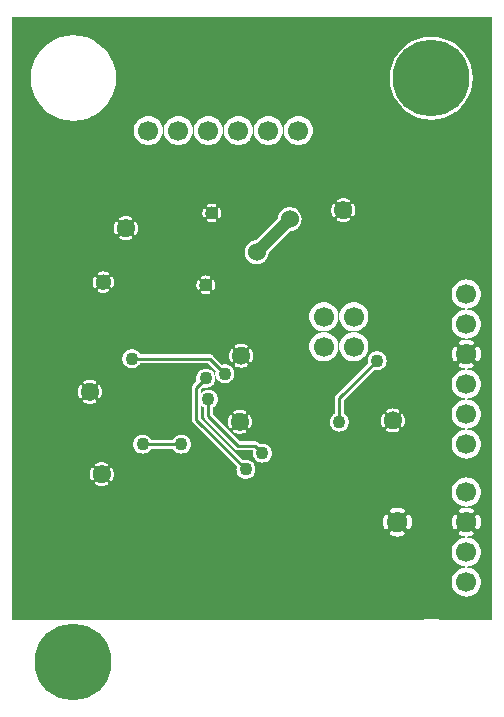
<source format=gbr>
G04 start of page 3 for group 1 idx 1 *
G04 Title: (unknown), solder *
G04 Creator: pcb v4.1.3-ge2c36c29 *
G04 CreationDate: Sun Jul 18 18:04:05 2021 UTC *
G04 For: p *
G04 Format: Gerber/RS-274X *
G04 PCB-Dimensions (mil): 6000.00 5000.00 *
G04 PCB-Coordinate-Origin: lower left *
%MOIN*%
%FSLAX25Y25*%
%LNBOTTOM*%
%ADD39C,0.0394*%
%ADD38C,0.1220*%
%ADD37C,0.0354*%
%ADD36C,0.0197*%
%ADD35C,0.2638*%
%ADD34C,0.2559*%
%ADD33C,0.0600*%
%ADD32C,0.0512*%
%ADD31C,0.0433*%
%ADD30C,0.0669*%
%ADD29C,0.0100*%
%ADD28C,0.0400*%
%ADD27C,0.0001*%
G54D27*G36*
X382417Y390440D02*X387059D01*
Y189440D01*
X382417D01*
Y199123D01*
X382433Y199143D01*
X382832Y199793D01*
X383123Y200498D01*
X383302Y201240D01*
X383346Y202000D01*
X383302Y202760D01*
X383123Y203502D01*
X382832Y204207D01*
X382433Y204857D01*
X382417Y204877D01*
Y209123D01*
X382433Y209143D01*
X382832Y209793D01*
X383123Y210498D01*
X383302Y211240D01*
X383346Y212000D01*
X383302Y212760D01*
X383123Y213502D01*
X382832Y214207D01*
X382433Y214857D01*
X382417Y214877D01*
Y219602D01*
X382511Y219630D01*
X382618Y219681D01*
X382715Y219748D01*
X382801Y219829D01*
X382873Y219923D01*
X382927Y220027D01*
X383096Y220446D01*
X383221Y220880D01*
X383304Y221324D01*
X383346Y221774D01*
Y222226D01*
X383304Y222676D01*
X383221Y223120D01*
X383096Y223554D01*
X382932Y223975D01*
X382876Y224079D01*
X382803Y224174D01*
X382717Y224255D01*
X382619Y224322D01*
X382512Y224373D01*
X382417Y224402D01*
Y229123D01*
X382433Y229143D01*
X382832Y229793D01*
X383123Y230498D01*
X383302Y231240D01*
X383346Y232000D01*
X383302Y232760D01*
X383123Y233502D01*
X382832Y234207D01*
X382433Y234857D01*
X382417Y234877D01*
Y245123D01*
X382433Y245143D01*
X382832Y245793D01*
X383123Y246498D01*
X383302Y247240D01*
X383346Y248000D01*
X383302Y248760D01*
X383123Y249502D01*
X382832Y250207D01*
X382433Y250857D01*
X382417Y250877D01*
Y255123D01*
X382433Y255143D01*
X382832Y255793D01*
X383123Y256498D01*
X383302Y257240D01*
X383346Y258000D01*
X383302Y258760D01*
X383123Y259502D01*
X382832Y260207D01*
X382433Y260857D01*
X382417Y260877D01*
Y265123D01*
X382433Y265143D01*
X382832Y265793D01*
X383123Y266498D01*
X383302Y267240D01*
X383346Y268000D01*
X383302Y268760D01*
X383123Y269502D01*
X382832Y270207D01*
X382433Y270857D01*
X382417Y270877D01*
Y275602D01*
X382511Y275630D01*
X382618Y275681D01*
X382715Y275748D01*
X382801Y275829D01*
X382873Y275923D01*
X382927Y276027D01*
X383096Y276446D01*
X383221Y276880D01*
X383304Y277324D01*
X383346Y277774D01*
Y278226D01*
X383304Y278676D01*
X383221Y279120D01*
X383096Y279554D01*
X382932Y279975D01*
X382876Y280079D01*
X382803Y280174D01*
X382717Y280255D01*
X382619Y280322D01*
X382512Y280373D01*
X382417Y280402D01*
Y285123D01*
X382433Y285143D01*
X382832Y285793D01*
X383123Y286498D01*
X383302Y287240D01*
X383346Y288000D01*
X383302Y288760D01*
X383123Y289502D01*
X382832Y290207D01*
X382433Y290857D01*
X382417Y290877D01*
Y295123D01*
X382433Y295143D01*
X382832Y295793D01*
X383123Y296498D01*
X383302Y297240D01*
X383346Y298000D01*
X383302Y298760D01*
X383123Y299502D01*
X382832Y300207D01*
X382433Y300857D01*
X382417Y300877D01*
Y390440D01*
G37*
G36*
Y290877D02*X381938Y291438D01*
X381357Y291933D01*
X380707Y292332D01*
X380002Y292623D01*
X379260Y292802D01*
X378500Y292861D01*
X378493Y292861D01*
Y293139D01*
X378500Y293139D01*
X379260Y293198D01*
X380002Y293377D01*
X380707Y293668D01*
X381357Y294067D01*
X381938Y294562D01*
X382417Y295123D01*
Y290877D01*
G37*
G36*
Y270877D02*X381938Y271438D01*
X381357Y271933D01*
X380707Y272332D01*
X380002Y272623D01*
X379260Y272802D01*
X378500Y272861D01*
X378493Y272861D01*
Y273154D01*
X378726D01*
X379176Y273196D01*
X379620Y273279D01*
X380054Y273404D01*
X380475Y273568D01*
X380579Y273624D01*
X380674Y273697D01*
X380755Y273783D01*
X380822Y273881D01*
X380873Y273988D01*
X380907Y274101D01*
X380922Y274219D01*
X380919Y274338D01*
X380898Y274454D01*
X380858Y274566D01*
X380801Y274670D01*
X380729Y274764D01*
X380643Y274846D01*
X380545Y274913D01*
X380438Y274964D01*
X380324Y274998D01*
X380207Y275013D01*
X380088Y275010D01*
X379972Y274988D01*
X379861Y274947D01*
X379572Y274830D01*
X379272Y274744D01*
X378966Y274686D01*
X378656Y274657D01*
X378493D01*
Y281343D01*
X378656D01*
X378966Y281314D01*
X379272Y281256D01*
X379572Y281170D01*
X379862Y281057D01*
X379973Y281015D01*
X380089Y280994D01*
X380207Y280990D01*
X380324Y281006D01*
X380437Y281039D01*
X380543Y281090D01*
X380641Y281157D01*
X380726Y281238D01*
X380798Y281332D01*
X380855Y281435D01*
X380894Y281547D01*
X380916Y281663D01*
X380919Y281781D01*
X380903Y281898D01*
X380870Y282011D01*
X380819Y282118D01*
X380752Y282215D01*
X380671Y282301D01*
X380577Y282373D01*
X380473Y282427D01*
X380054Y282596D01*
X379620Y282721D01*
X379176Y282804D01*
X378726Y282846D01*
X378493D01*
Y283139D01*
X378500Y283139D01*
X379260Y283198D01*
X380002Y283377D01*
X380707Y283668D01*
X381357Y284067D01*
X381938Y284562D01*
X382417Y285123D01*
Y280402D01*
X382399Y280407D01*
X382281Y280422D01*
X382162Y280419D01*
X382046Y280398D01*
X381934Y280358D01*
X381830Y280301D01*
X381736Y280229D01*
X381654Y280143D01*
X381587Y280045D01*
X381536Y279938D01*
X381502Y279824D01*
X381487Y279707D01*
X381490Y279588D01*
X381512Y279472D01*
X381553Y279361D01*
X381670Y279072D01*
X381756Y278772D01*
X381814Y278466D01*
X381843Y278156D01*
Y277844D01*
X381814Y277534D01*
X381756Y277228D01*
X381670Y276928D01*
X381557Y276638D01*
X381515Y276527D01*
X381494Y276411D01*
X381490Y276293D01*
X381506Y276176D01*
X381539Y276063D01*
X381590Y275957D01*
X381657Y275859D01*
X381738Y275774D01*
X381832Y275702D01*
X381935Y275645D01*
X382047Y275606D01*
X382163Y275584D01*
X382281Y275581D01*
X382398Y275597D01*
X382417Y275602D01*
Y270877D01*
G37*
G36*
Y260877D02*X381938Y261438D01*
X381357Y261933D01*
X380707Y262332D01*
X380002Y262623D01*
X379260Y262802D01*
X378500Y262861D01*
X378493Y262861D01*
Y263139D01*
X378500Y263139D01*
X379260Y263198D01*
X380002Y263377D01*
X380707Y263668D01*
X381357Y264067D01*
X381938Y264562D01*
X382417Y265123D01*
Y260877D01*
G37*
G36*
Y250877D02*X381938Y251438D01*
X381357Y251933D01*
X380707Y252332D01*
X380002Y252623D01*
X379260Y252802D01*
X378500Y252861D01*
X378493Y252861D01*
Y253139D01*
X378500Y253139D01*
X379260Y253198D01*
X380002Y253377D01*
X380707Y253668D01*
X381357Y254067D01*
X381938Y254562D01*
X382417Y255123D01*
Y250877D01*
G37*
G36*
Y234877D02*X381938Y235438D01*
X381357Y235933D01*
X380707Y236332D01*
X380002Y236623D01*
X379260Y236802D01*
X378500Y236861D01*
X378493Y236861D01*
Y243139D01*
X378500Y243139D01*
X379260Y243198D01*
X380002Y243377D01*
X380707Y243668D01*
X381357Y244067D01*
X381938Y244562D01*
X382417Y245123D01*
Y234877D01*
G37*
G36*
Y214877D02*X381938Y215438D01*
X381357Y215933D01*
X380707Y216332D01*
X380002Y216623D01*
X379260Y216802D01*
X378500Y216861D01*
X378493Y216861D01*
Y217154D01*
X378726D01*
X379176Y217196D01*
X379620Y217279D01*
X380054Y217404D01*
X380475Y217568D01*
X380579Y217624D01*
X380674Y217697D01*
X380755Y217783D01*
X380822Y217881D01*
X380873Y217988D01*
X380907Y218101D01*
X380922Y218219D01*
X380919Y218338D01*
X380898Y218454D01*
X380858Y218566D01*
X380801Y218670D01*
X380729Y218764D01*
X380643Y218846D01*
X380545Y218913D01*
X380438Y218964D01*
X380324Y218998D01*
X380207Y219013D01*
X380088Y219010D01*
X379972Y218988D01*
X379861Y218947D01*
X379572Y218830D01*
X379272Y218744D01*
X378966Y218686D01*
X378656Y218657D01*
X378493D01*
Y225343D01*
X378656D01*
X378966Y225314D01*
X379272Y225256D01*
X379572Y225170D01*
X379862Y225057D01*
X379973Y225015D01*
X380089Y224994D01*
X380207Y224990D01*
X380324Y225006D01*
X380437Y225039D01*
X380543Y225090D01*
X380641Y225157D01*
X380726Y225238D01*
X380798Y225332D01*
X380855Y225435D01*
X380894Y225547D01*
X380916Y225663D01*
X380919Y225781D01*
X380903Y225898D01*
X380870Y226011D01*
X380819Y226118D01*
X380752Y226215D01*
X380671Y226301D01*
X380577Y226373D01*
X380473Y226427D01*
X380054Y226596D01*
X379620Y226721D01*
X379176Y226804D01*
X378726Y226846D01*
X378493D01*
Y227139D01*
X378500Y227139D01*
X379260Y227198D01*
X380002Y227377D01*
X380707Y227668D01*
X381357Y228067D01*
X381938Y228562D01*
X382417Y229123D01*
Y224402D01*
X382399Y224407D01*
X382281Y224422D01*
X382162Y224419D01*
X382046Y224398D01*
X381934Y224358D01*
X381830Y224301D01*
X381736Y224229D01*
X381654Y224143D01*
X381587Y224045D01*
X381536Y223938D01*
X381502Y223824D01*
X381487Y223707D01*
X381490Y223588D01*
X381512Y223472D01*
X381553Y223361D01*
X381670Y223072D01*
X381756Y222772D01*
X381814Y222466D01*
X381843Y222156D01*
Y221844D01*
X381814Y221534D01*
X381756Y221228D01*
X381670Y220928D01*
X381557Y220638D01*
X381515Y220527D01*
X381494Y220411D01*
X381490Y220293D01*
X381506Y220176D01*
X381539Y220063D01*
X381590Y219957D01*
X381657Y219859D01*
X381738Y219774D01*
X381832Y219702D01*
X381935Y219645D01*
X382047Y219606D01*
X382163Y219584D01*
X382281Y219581D01*
X382398Y219597D01*
X382417Y219602D01*
Y214877D01*
G37*
G36*
Y204877D02*X381938Y205438D01*
X381357Y205933D01*
X380707Y206332D01*
X380002Y206623D01*
X379260Y206802D01*
X378500Y206861D01*
X378493Y206861D01*
Y207139D01*
X378500Y207139D01*
X379260Y207198D01*
X380002Y207377D01*
X380707Y207668D01*
X381357Y208067D01*
X381938Y208562D01*
X382417Y209123D01*
Y204877D01*
G37*
G36*
Y189440D02*X378493D01*
Y197139D01*
X378500Y197139D01*
X379260Y197198D01*
X380002Y197377D01*
X380707Y197668D01*
X381357Y198067D01*
X381938Y198562D01*
X382417Y199123D01*
Y189440D01*
G37*
G36*
X378493Y390440D02*X382417D01*
Y300877D01*
X381938Y301438D01*
X381357Y301933D01*
X380707Y302332D01*
X380002Y302623D01*
X379260Y302802D01*
X378500Y302861D01*
X378493Y302861D01*
Y362693D01*
X379121Y363718D01*
X379951Y365724D01*
X380458Y367835D01*
X380586Y370000D01*
X380458Y372165D01*
X379951Y374276D01*
X379121Y376282D01*
X378493Y377307D01*
Y390440D01*
G37*
G36*
X374583Y209123D02*X375062Y208562D01*
X375643Y208067D01*
X376293Y207668D01*
X376998Y207377D01*
X377740Y207198D01*
X378493Y207139D01*
Y206861D01*
X377740Y206802D01*
X376998Y206623D01*
X376293Y206332D01*
X375643Y205933D01*
X375062Y205438D01*
X374583Y204877D01*
Y209123D01*
G37*
G36*
Y229123D02*X375062Y228562D01*
X375643Y228067D01*
X376293Y227668D01*
X376998Y227377D01*
X377740Y227198D01*
X378493Y227139D01*
Y226846D01*
X378274D01*
X377824Y226804D01*
X377380Y226721D01*
X376946Y226596D01*
X376525Y226432D01*
X376421Y226376D01*
X376326Y226303D01*
X376245Y226217D01*
X376178Y226119D01*
X376127Y226012D01*
X376093Y225899D01*
X376078Y225781D01*
X376081Y225662D01*
X376102Y225546D01*
X376142Y225434D01*
X376199Y225330D01*
X376271Y225236D01*
X376357Y225154D01*
X376455Y225087D01*
X376562Y225036D01*
X376676Y225002D01*
X376793Y224987D01*
X376912Y224990D01*
X377028Y225012D01*
X377139Y225053D01*
X377428Y225170D01*
X377728Y225256D01*
X378034Y225314D01*
X378344Y225343D01*
X378493D01*
Y218657D01*
X378344D01*
X378034Y218686D01*
X377728Y218744D01*
X377428Y218830D01*
X377138Y218943D01*
X377027Y218985D01*
X376911Y219006D01*
X376793Y219010D01*
X376676Y218994D01*
X376563Y218961D01*
X376457Y218910D01*
X376359Y218843D01*
X376274Y218762D01*
X376202Y218668D01*
X376145Y218565D01*
X376106Y218453D01*
X376084Y218337D01*
X376081Y218219D01*
X376097Y218102D01*
X376130Y217989D01*
X376181Y217882D01*
X376248Y217785D01*
X376329Y217699D01*
X376423Y217627D01*
X376527Y217573D01*
X376946Y217404D01*
X377380Y217279D01*
X377824Y217196D01*
X378274Y217154D01*
X378493D01*
Y216861D01*
X377740Y216802D01*
X376998Y216623D01*
X376293Y216332D01*
X375643Y215933D01*
X375062Y215438D01*
X374583Y214877D01*
Y219598D01*
X374601Y219593D01*
X374719Y219578D01*
X374838Y219581D01*
X374954Y219602D01*
X375066Y219642D01*
X375170Y219699D01*
X375264Y219771D01*
X375346Y219857D01*
X375413Y219955D01*
X375464Y220062D01*
X375498Y220176D01*
X375513Y220293D01*
X375510Y220412D01*
X375488Y220528D01*
X375447Y220639D01*
X375330Y220928D01*
X375244Y221228D01*
X375186Y221534D01*
X375157Y221844D01*
Y222156D01*
X375186Y222466D01*
X375244Y222772D01*
X375330Y223072D01*
X375443Y223362D01*
X375485Y223473D01*
X375506Y223589D01*
X375510Y223707D01*
X375494Y223824D01*
X375461Y223937D01*
X375410Y224043D01*
X375343Y224141D01*
X375262Y224226D01*
X375168Y224298D01*
X375065Y224355D01*
X374953Y224394D01*
X374837Y224416D01*
X374719Y224419D01*
X374602Y224403D01*
X374583Y224398D01*
Y229123D01*
G37*
G36*
Y245123D02*X375062Y244562D01*
X375643Y244067D01*
X376293Y243668D01*
X376998Y243377D01*
X377740Y243198D01*
X378493Y243139D01*
Y236861D01*
X377740Y236802D01*
X376998Y236623D01*
X376293Y236332D01*
X375643Y235933D01*
X375062Y235438D01*
X374583Y234877D01*
Y245123D01*
G37*
G36*
Y255123D02*X375062Y254562D01*
X375643Y254067D01*
X376293Y253668D01*
X376998Y253377D01*
X377740Y253198D01*
X378493Y253139D01*
Y252861D01*
X377740Y252802D01*
X376998Y252623D01*
X376293Y252332D01*
X375643Y251933D01*
X375062Y251438D01*
X374583Y250877D01*
Y255123D01*
G37*
G36*
Y265123D02*X375062Y264562D01*
X375643Y264067D01*
X376293Y263668D01*
X376998Y263377D01*
X377740Y263198D01*
X378493Y263139D01*
Y262861D01*
X377740Y262802D01*
X376998Y262623D01*
X376293Y262332D01*
X375643Y261933D01*
X375062Y261438D01*
X374583Y260877D01*
Y265123D01*
G37*
G36*
Y285123D02*X375062Y284562D01*
X375643Y284067D01*
X376293Y283668D01*
X376998Y283377D01*
X377740Y283198D01*
X378493Y283139D01*
Y282846D01*
X378274D01*
X377824Y282804D01*
X377380Y282721D01*
X376946Y282596D01*
X376525Y282432D01*
X376421Y282376D01*
X376326Y282303D01*
X376245Y282217D01*
X376178Y282119D01*
X376127Y282012D01*
X376093Y281899D01*
X376078Y281781D01*
X376081Y281662D01*
X376102Y281546D01*
X376142Y281434D01*
X376199Y281330D01*
X376271Y281236D01*
X376357Y281154D01*
X376455Y281087D01*
X376562Y281036D01*
X376676Y281002D01*
X376793Y280987D01*
X376912Y280990D01*
X377028Y281012D01*
X377139Y281053D01*
X377428Y281170D01*
X377728Y281256D01*
X378034Y281314D01*
X378344Y281343D01*
X378493D01*
Y274657D01*
X378344D01*
X378034Y274686D01*
X377728Y274744D01*
X377428Y274830D01*
X377138Y274943D01*
X377027Y274985D01*
X376911Y275006D01*
X376793Y275010D01*
X376676Y274994D01*
X376563Y274961D01*
X376457Y274910D01*
X376359Y274843D01*
X376274Y274762D01*
X376202Y274668D01*
X376145Y274565D01*
X376106Y274453D01*
X376084Y274337D01*
X376081Y274219D01*
X376097Y274102D01*
X376130Y273989D01*
X376181Y273882D01*
X376248Y273785D01*
X376329Y273699D01*
X376423Y273627D01*
X376527Y273573D01*
X376946Y273404D01*
X377380Y273279D01*
X377824Y273196D01*
X378274Y273154D01*
X378493D01*
Y272861D01*
X377740Y272802D01*
X376998Y272623D01*
X376293Y272332D01*
X375643Y271933D01*
X375062Y271438D01*
X374583Y270877D01*
Y275598D01*
X374601Y275593D01*
X374719Y275578D01*
X374838Y275581D01*
X374954Y275602D01*
X375066Y275642D01*
X375170Y275699D01*
X375264Y275771D01*
X375346Y275857D01*
X375413Y275955D01*
X375464Y276062D01*
X375498Y276176D01*
X375513Y276293D01*
X375510Y276412D01*
X375488Y276528D01*
X375447Y276639D01*
X375330Y276928D01*
X375244Y277228D01*
X375186Y277534D01*
X375157Y277844D01*
Y278156D01*
X375186Y278466D01*
X375244Y278772D01*
X375330Y279072D01*
X375443Y279362D01*
X375485Y279473D01*
X375506Y279589D01*
X375510Y279707D01*
X375494Y279824D01*
X375461Y279937D01*
X375410Y280043D01*
X375343Y280141D01*
X375262Y280226D01*
X375168Y280298D01*
X375065Y280355D01*
X374953Y280394D01*
X374837Y280416D01*
X374719Y280419D01*
X374602Y280403D01*
X374583Y280398D01*
Y285123D01*
G37*
G36*
Y295123D02*X375062Y294562D01*
X375643Y294067D01*
X376293Y293668D01*
X376998Y293377D01*
X377740Y293198D01*
X378493Y293139D01*
Y292861D01*
X377740Y292802D01*
X376998Y292623D01*
X376293Y292332D01*
X375643Y291933D01*
X375062Y291438D01*
X374583Y290877D01*
Y295123D01*
G37*
G36*
Y358596D02*X374925Y358805D01*
X376576Y360215D01*
X377986Y361866D01*
X378493Y362693D01*
Y302861D01*
X377740Y302802D01*
X376998Y302623D01*
X376293Y302332D01*
X375643Y301933D01*
X375062Y301438D01*
X374583Y300877D01*
Y358596D01*
G37*
G36*
X378493Y189440D02*X374583D01*
Y199123D01*
X375062Y198562D01*
X375643Y198067D01*
X376293Y197668D01*
X376998Y197377D01*
X377740Y197198D01*
X378493Y197139D01*
Y189440D01*
G37*
G36*
X374583D02*X369554D01*
X369017Y189569D01*
X366791Y189744D01*
X364564Y189569D01*
X364027Y189440D01*
X359417D01*
Y219602D01*
X359511Y219630D01*
X359618Y219681D01*
X359715Y219748D01*
X359801Y219829D01*
X359873Y219923D01*
X359927Y220027D01*
X360096Y220446D01*
X360221Y220880D01*
X360304Y221324D01*
X360346Y221774D01*
Y222226D01*
X360304Y222676D01*
X360221Y223120D01*
X360096Y223554D01*
X359932Y223975D01*
X359876Y224079D01*
X359803Y224174D01*
X359717Y224255D01*
X359619Y224322D01*
X359512Y224373D01*
X359417Y224402D01*
Y358340D01*
X360509Y357670D01*
X362515Y356839D01*
X364626Y356333D01*
X366791Y356162D01*
X368956Y356333D01*
X371067Y356839D01*
X373073Y357670D01*
X374583Y358596D01*
Y300877D01*
X374567Y300857D01*
X374168Y300207D01*
X373877Y299502D01*
X373698Y298760D01*
X373639Y298000D01*
X373698Y297240D01*
X373877Y296498D01*
X374168Y295793D01*
X374567Y295143D01*
X374583Y295123D01*
Y290877D01*
X374567Y290857D01*
X374168Y290207D01*
X373877Y289502D01*
X373698Y288760D01*
X373639Y288000D01*
X373698Y287240D01*
X373877Y286498D01*
X374168Y285793D01*
X374567Y285143D01*
X374583Y285123D01*
Y280398D01*
X374489Y280370D01*
X374382Y280319D01*
X374285Y280252D01*
X374199Y280171D01*
X374127Y280077D01*
X374073Y279973D01*
X373904Y279554D01*
X373779Y279120D01*
X373696Y278676D01*
X373654Y278226D01*
Y277774D01*
X373696Y277324D01*
X373779Y276880D01*
X373904Y276446D01*
X374068Y276025D01*
X374124Y275921D01*
X374197Y275826D01*
X374283Y275745D01*
X374381Y275678D01*
X374488Y275627D01*
X374583Y275598D01*
Y270877D01*
X374567Y270857D01*
X374168Y270207D01*
X373877Y269502D01*
X373698Y268760D01*
X373639Y268000D01*
X373698Y267240D01*
X373877Y266498D01*
X374168Y265793D01*
X374567Y265143D01*
X374583Y265123D01*
Y260877D01*
X374567Y260857D01*
X374168Y260207D01*
X373877Y259502D01*
X373698Y258760D01*
X373639Y258000D01*
X373698Y257240D01*
X373877Y256498D01*
X374168Y255793D01*
X374567Y255143D01*
X374583Y255123D01*
Y250877D01*
X374567Y250857D01*
X374168Y250207D01*
X373877Y249502D01*
X373698Y248760D01*
X373639Y248000D01*
X373698Y247240D01*
X373877Y246498D01*
X374168Y245793D01*
X374567Y245143D01*
X374583Y245123D01*
Y234877D01*
X374567Y234857D01*
X374168Y234207D01*
X373877Y233502D01*
X373698Y232760D01*
X373639Y232000D01*
X373698Y231240D01*
X373877Y230498D01*
X374168Y229793D01*
X374567Y229143D01*
X374583Y229123D01*
Y224398D01*
X374489Y224370D01*
X374382Y224319D01*
X374285Y224252D01*
X374199Y224171D01*
X374127Y224077D01*
X374073Y223973D01*
X373904Y223554D01*
X373779Y223120D01*
X373696Y222676D01*
X373654Y222226D01*
Y221774D01*
X373696Y221324D01*
X373779Y220880D01*
X373904Y220446D01*
X374068Y220025D01*
X374124Y219921D01*
X374197Y219826D01*
X374283Y219745D01*
X374381Y219678D01*
X374488Y219627D01*
X374583Y219598D01*
Y214877D01*
X374567Y214857D01*
X374168Y214207D01*
X373877Y213502D01*
X373698Y212760D01*
X373639Y212000D01*
X373698Y211240D01*
X373877Y210498D01*
X374168Y209793D01*
X374567Y209143D01*
X374583Y209123D01*
Y204877D01*
X374567Y204857D01*
X374168Y204207D01*
X373877Y203502D01*
X373698Y202760D01*
X373639Y202000D01*
X373698Y201240D01*
X373877Y200498D01*
X374168Y199793D01*
X374567Y199143D01*
X374583Y199123D01*
Y189440D01*
G37*
G36*
X359417D02*X357284D01*
Y217494D01*
X357475Y217568D01*
X357579Y217624D01*
X357674Y217697D01*
X357755Y217783D01*
X357822Y217881D01*
X357873Y217988D01*
X357907Y218101D01*
X357922Y218219D01*
X357919Y218338D01*
X357898Y218454D01*
X357858Y218566D01*
X357801Y218670D01*
X357729Y218764D01*
X357643Y218846D01*
X357545Y218913D01*
X357438Y218964D01*
X357324Y218998D01*
X357284Y219003D01*
Y225001D01*
X357324Y225006D01*
X357437Y225039D01*
X357543Y225090D01*
X357641Y225157D01*
X357726Y225238D01*
X357798Y225332D01*
X357855Y225435D01*
X357894Y225547D01*
X357916Y225663D01*
X357919Y225781D01*
X357903Y225898D01*
X357870Y226011D01*
X357819Y226118D01*
X357752Y226215D01*
X357671Y226301D01*
X357577Y226373D01*
X357473Y226427D01*
X357284Y226503D01*
Y253735D01*
X357287Y253736D01*
X357355Y253775D01*
X357416Y253825D01*
X357469Y253883D01*
X357511Y253950D01*
X357674Y254274D01*
X357803Y254614D01*
X357901Y254964D01*
X357967Y255322D01*
X358000Y255684D01*
Y256048D01*
X357967Y256410D01*
X357901Y256768D01*
X357803Y257118D01*
X357674Y257458D01*
X357515Y257785D01*
X357472Y257851D01*
X357419Y257910D01*
X357357Y257960D01*
X357288Y257999D01*
X357284Y258001D01*
Y359978D01*
X358657Y358805D01*
X359417Y358340D01*
Y224402D01*
X359399Y224407D01*
X359281Y224422D01*
X359162Y224419D01*
X359046Y224398D01*
X358934Y224358D01*
X358830Y224301D01*
X358736Y224229D01*
X358654Y224143D01*
X358587Y224045D01*
X358536Y223938D01*
X358502Y223824D01*
X358487Y223707D01*
X358490Y223588D01*
X358512Y223472D01*
X358553Y223361D01*
X358670Y223072D01*
X358756Y222772D01*
X358814Y222466D01*
X358843Y222156D01*
Y221844D01*
X358814Y221534D01*
X358756Y221228D01*
X358670Y220928D01*
X358557Y220638D01*
X358515Y220527D01*
X358494Y220411D01*
X358490Y220293D01*
X358506Y220176D01*
X358539Y220063D01*
X358590Y219957D01*
X358657Y219859D01*
X358738Y219774D01*
X358832Y219702D01*
X358935Y219645D01*
X359047Y219606D01*
X359163Y219584D01*
X359281Y219581D01*
X359398Y219597D01*
X359417Y219602D01*
Y189440D01*
G37*
G36*
X357284Y390440D02*X378493D01*
Y377307D01*
X377986Y378134D01*
X376576Y379785D01*
X374925Y381195D01*
X373073Y382330D01*
X371067Y383161D01*
X368956Y383667D01*
X366791Y383838D01*
X364626Y383667D01*
X362515Y383161D01*
X360509Y382330D01*
X358657Y381195D01*
X357284Y380022D01*
Y390440D01*
G37*
G36*
Y226503D02*X357054Y226596D01*
X356620Y226721D01*
X356176Y226804D01*
X355726Y226846D01*
X355274D01*
X354824Y226804D01*
X354380Y226721D01*
X354002Y226612D01*
Y251866D01*
X354182D01*
X354544Y251899D01*
X354902Y251965D01*
X355252Y252063D01*
X355592Y252192D01*
X355919Y252352D01*
X355985Y252394D01*
X356044Y252448D01*
X356094Y252509D01*
X356133Y252578D01*
X356161Y252652D01*
X356177Y252729D01*
X356181Y252808D01*
X356173Y252887D01*
X356152Y252964D01*
X356120Y253036D01*
X356077Y253102D01*
X356024Y253161D01*
X355962Y253211D01*
X355893Y253250D01*
X355819Y253278D01*
X355742Y253295D01*
X355663Y253299D01*
X355584Y253290D01*
X355507Y253269D01*
X355436Y253236D01*
X355193Y253113D01*
X354938Y253017D01*
X354676Y252943D01*
X354408Y252894D01*
X354136Y252869D01*
X354002D01*
Y258863D01*
X354136D01*
X354408Y258838D01*
X354676Y258789D01*
X354938Y258716D01*
X355193Y258619D01*
X355437Y258499D01*
X355509Y258466D01*
X355584Y258445D01*
X355663Y258437D01*
X355741Y258441D01*
X355818Y258457D01*
X355892Y258485D01*
X355960Y258524D01*
X356021Y258574D01*
X356074Y258632D01*
X356117Y258698D01*
X356149Y258770D01*
X356170Y258846D01*
X356178Y258924D01*
X356174Y259003D01*
X356158Y259080D01*
X356130Y259153D01*
X356091Y259221D01*
X356042Y259283D01*
X355983Y259335D01*
X355917Y259377D01*
X355592Y259540D01*
X355252Y259670D01*
X354902Y259767D01*
X354544Y259833D01*
X354182Y259866D01*
X354002D01*
Y364828D01*
X354461Y363718D01*
X355596Y361866D01*
X357006Y360215D01*
X357284Y359978D01*
Y258001D01*
X357214Y258027D01*
X357137Y258044D01*
X357058Y258048D01*
X356979Y258039D01*
X356903Y258018D01*
X356830Y257986D01*
X356764Y257943D01*
X356705Y257890D01*
X356656Y257828D01*
X356616Y257759D01*
X356588Y257685D01*
X356572Y257608D01*
X356568Y257529D01*
X356576Y257450D01*
X356597Y257374D01*
X356630Y257302D01*
X356753Y257059D01*
X356850Y256804D01*
X356923Y256542D01*
X356972Y256274D01*
X356997Y256002D01*
Y255730D01*
X356972Y255459D01*
X356923Y255191D01*
X356850Y254928D01*
X356753Y254674D01*
X356633Y254429D01*
X356600Y254358D01*
X356579Y254282D01*
X356571Y254203D01*
X356575Y254125D01*
X356591Y254048D01*
X356619Y253974D01*
X356658Y253906D01*
X356707Y253845D01*
X356766Y253792D01*
X356832Y253749D01*
X356904Y253717D01*
X356980Y253696D01*
X357058Y253688D01*
X357136Y253692D01*
X357213Y253708D01*
X357284Y253735D01*
Y226503D01*
G37*
G36*
Y219003D02*X357207Y219013D01*
X357088Y219010D01*
X356972Y218988D01*
X356861Y218947D01*
X356572Y218830D01*
X356272Y218744D01*
X355966Y218686D01*
X355656Y218657D01*
X355344D01*
X355034Y218686D01*
X354728Y218744D01*
X354428Y218830D01*
X354138Y218943D01*
X354027Y218985D01*
X354002Y218990D01*
Y225007D01*
X354028Y225012D01*
X354139Y225053D01*
X354428Y225170D01*
X354728Y225256D01*
X355034Y225314D01*
X355344Y225343D01*
X355656D01*
X355966Y225314D01*
X356272Y225256D01*
X356572Y225170D01*
X356862Y225057D01*
X356973Y225015D01*
X357089Y224994D01*
X357207Y224990D01*
X357284Y225001D01*
Y219003D01*
G37*
G36*
Y189440D02*X354002D01*
Y217388D01*
X354380Y217279D01*
X354824Y217196D01*
X355274Y217154D01*
X355726D01*
X356176Y217196D01*
X356620Y217279D01*
X357054Y217404D01*
X357284Y217494D01*
Y189440D01*
G37*
G36*
X354002Y390440D02*X357284D01*
Y380022D01*
X357006Y379785D01*
X355596Y378134D01*
X354461Y376282D01*
X354002Y375172D01*
Y390440D01*
G37*
G36*
X350716D02*X354002D01*
Y375172D01*
X353630Y374276D01*
X353123Y372165D01*
X352953Y370000D01*
X353123Y367835D01*
X353630Y365724D01*
X354002Y364828D01*
Y259866D01*
X353818D01*
X353456Y259833D01*
X353098Y259767D01*
X352748Y259670D01*
X352408Y259540D01*
X352081Y259381D01*
X352015Y259338D01*
X351956Y259285D01*
X351906Y259223D01*
X351867Y259154D01*
X351839Y259080D01*
X351823Y259003D01*
X351819Y258924D01*
X351827Y258845D01*
X351848Y258769D01*
X351880Y258696D01*
X351923Y258630D01*
X351976Y258571D01*
X352038Y258522D01*
X352107Y258482D01*
X352181Y258454D01*
X352258Y258438D01*
X352337Y258434D01*
X352416Y258442D01*
X352493Y258463D01*
X352564Y258497D01*
X352807Y258619D01*
X353062Y258716D01*
X353324Y258789D01*
X353592Y258838D01*
X353864Y258863D01*
X354002D01*
Y252869D01*
X353864D01*
X353592Y252894D01*
X353324Y252943D01*
X353062Y253017D01*
X352807Y253113D01*
X352563Y253233D01*
X352491Y253266D01*
X352415Y253287D01*
X352337Y253295D01*
X352259Y253291D01*
X352182Y253275D01*
X352108Y253247D01*
X352040Y253208D01*
X351979Y253159D01*
X351926Y253100D01*
X351883Y253034D01*
X351851Y252963D01*
X351830Y252887D01*
X351822Y252808D01*
X351826Y252730D01*
X351842Y252653D01*
X351870Y252579D01*
X351909Y252511D01*
X351958Y252450D01*
X352017Y252397D01*
X352083Y252355D01*
X352408Y252192D01*
X352748Y252063D01*
X353098Y251965D01*
X353456Y251899D01*
X353818Y251866D01*
X354002D01*
Y226612D01*
X353946Y226596D01*
X353525Y226432D01*
X353421Y226376D01*
X353326Y226303D01*
X353245Y226217D01*
X353178Y226119D01*
X353127Y226012D01*
X353093Y225899D01*
X353078Y225781D01*
X353081Y225662D01*
X353102Y225546D01*
X353142Y225434D01*
X353199Y225330D01*
X353271Y225236D01*
X353357Y225154D01*
X353455Y225087D01*
X353562Y225036D01*
X353676Y225002D01*
X353793Y224987D01*
X353912Y224990D01*
X354002Y225007D01*
Y218990D01*
X353911Y219006D01*
X353793Y219010D01*
X353676Y218994D01*
X353563Y218961D01*
X353457Y218910D01*
X353359Y218843D01*
X353274Y218762D01*
X353202Y218668D01*
X353145Y218565D01*
X353106Y218453D01*
X353084Y218337D01*
X353081Y218219D01*
X353097Y218102D01*
X353130Y217989D01*
X353181Y217882D01*
X353248Y217785D01*
X353329Y217699D01*
X353423Y217627D01*
X353527Y217573D01*
X353946Y217404D01*
X354002Y217388D01*
Y189440D01*
X350716D01*
Y221215D01*
X350779Y220880D01*
X350904Y220446D01*
X351068Y220025D01*
X351124Y219921D01*
X351197Y219826D01*
X351283Y219745D01*
X351381Y219678D01*
X351488Y219627D01*
X351601Y219593D01*
X351719Y219578D01*
X351838Y219581D01*
X351954Y219602D01*
X352066Y219642D01*
X352170Y219699D01*
X352264Y219771D01*
X352346Y219857D01*
X352413Y219955D01*
X352464Y220062D01*
X352498Y220176D01*
X352513Y220293D01*
X352510Y220412D01*
X352488Y220528D01*
X352447Y220639D01*
X352330Y220928D01*
X352244Y221228D01*
X352186Y221534D01*
X352157Y221844D01*
Y222156D01*
X352186Y222466D01*
X352244Y222772D01*
X352330Y223072D01*
X352443Y223362D01*
X352485Y223473D01*
X352506Y223589D01*
X352510Y223707D01*
X352494Y223824D01*
X352461Y223937D01*
X352410Y224043D01*
X352343Y224141D01*
X352262Y224226D01*
X352168Y224298D01*
X352065Y224355D01*
X351953Y224394D01*
X351837Y224416D01*
X351719Y224419D01*
X351602Y224403D01*
X351489Y224370D01*
X351382Y224319D01*
X351285Y224252D01*
X351199Y224171D01*
X351127Y224077D01*
X351073Y223973D01*
X350904Y223554D01*
X350779Y223120D01*
X350716Y222785D01*
Y253731D01*
X350786Y253705D01*
X350863Y253689D01*
X350942Y253685D01*
X351021Y253693D01*
X351097Y253714D01*
X351170Y253746D01*
X351236Y253789D01*
X351295Y253843D01*
X351344Y253904D01*
X351384Y253973D01*
X351412Y254047D01*
X351428Y254124D01*
X351432Y254203D01*
X351424Y254282D01*
X351403Y254359D01*
X351370Y254430D01*
X351247Y254674D01*
X351150Y254928D01*
X351077Y255191D01*
X351028Y255459D01*
X351003Y255730D01*
Y256002D01*
X351028Y256274D01*
X351077Y256542D01*
X351150Y256804D01*
X351247Y257059D01*
X351367Y257304D01*
X351400Y257375D01*
X351421Y257451D01*
X351429Y257529D01*
X351425Y257607D01*
X351409Y257685D01*
X351381Y257758D01*
X351342Y257826D01*
X351293Y257888D01*
X351234Y257940D01*
X351168Y257983D01*
X351096Y258016D01*
X351020Y258036D01*
X350942Y258044D01*
X350864Y258041D01*
X350787Y258024D01*
X350716Y257998D01*
Y273357D01*
X350982Y273584D01*
X351306Y273963D01*
X351566Y274388D01*
X351757Y274848D01*
X351873Y275332D01*
X351902Y275829D01*
X351873Y276326D01*
X351757Y276810D01*
X351566Y277271D01*
X351306Y277695D01*
X350982Y278074D01*
X350716Y278301D01*
Y390440D01*
G37*
G36*
Y189440D02*X342433D01*
Y267404D01*
X347823Y272793D01*
X348240Y272693D01*
X348737Y272654D01*
X349234Y272693D01*
X349718Y272809D01*
X350178Y273000D01*
X350603Y273260D01*
X350716Y273357D01*
Y257998D01*
X350713Y257996D01*
X350645Y257957D01*
X350584Y257908D01*
X350531Y257849D01*
X350489Y257783D01*
X350326Y257458D01*
X350197Y257118D01*
X350099Y256768D01*
X350033Y256410D01*
X350000Y256048D01*
Y255684D01*
X350033Y255322D01*
X350099Y254964D01*
X350197Y254614D01*
X350326Y254274D01*
X350485Y253948D01*
X350528Y253881D01*
X350581Y253822D01*
X350643Y253773D01*
X350712Y253733D01*
X350716Y253731D01*
Y222785D01*
X350696Y222676D01*
X350654Y222226D01*
Y221774D01*
X350696Y221324D01*
X350716Y221215D01*
Y189440D01*
G37*
G36*
X342433Y390440D02*X350716D01*
Y278301D01*
X350603Y278398D01*
X350178Y278658D01*
X349718Y278849D01*
X349234Y278965D01*
X348737Y279004D01*
X348240Y278965D01*
X347756Y278849D01*
X347296Y278658D01*
X346871Y278398D01*
X346492Y278074D01*
X346168Y277695D01*
X345908Y277271D01*
X345717Y276810D01*
X345601Y276326D01*
X345562Y275829D01*
X345601Y275332D01*
X345701Y274915D01*
X342433Y271646D01*
Y275817D01*
X342502Y275834D01*
X343207Y276126D01*
X343857Y276524D01*
X344438Y277020D01*
X344933Y277600D01*
X345332Y278250D01*
X345623Y278955D01*
X345802Y279697D01*
X345846Y280457D01*
X345802Y281218D01*
X345623Y281959D01*
X345332Y282664D01*
X344933Y283315D01*
X344438Y283895D01*
X343857Y284390D01*
X343207Y284789D01*
X342502Y285081D01*
X342433Y285097D01*
Y285817D01*
X342502Y285834D01*
X343207Y286126D01*
X343857Y286524D01*
X344438Y287020D01*
X344933Y287600D01*
X345332Y288250D01*
X345623Y288955D01*
X345802Y289697D01*
X345846Y290457D01*
X345802Y291218D01*
X345623Y291959D01*
X345332Y292664D01*
X344933Y293315D01*
X344438Y293895D01*
X343857Y294390D01*
X343207Y294789D01*
X342502Y295081D01*
X342433Y295097D01*
Y390440D01*
G37*
G36*
X337502Y252495D02*X337580Y252528D01*
X338005Y252788D01*
X338384Y253112D01*
X338707Y253490D01*
X338968Y253915D01*
X339158Y254376D01*
X339275Y254860D01*
X339304Y255357D01*
X339275Y255853D01*
X339158Y256338D01*
X338968Y256798D01*
X338707Y257223D01*
X338384Y257602D01*
X338005Y257925D01*
X337639Y258150D01*
Y262609D01*
X342433Y267404D01*
Y189440D01*
X337502D01*
Y252495D01*
G37*
G36*
Y277091D02*X337562Y277020D01*
X338143Y276524D01*
X338793Y276126D01*
X339498Y275834D01*
X340240Y275656D01*
X341000Y275596D01*
X341760Y275656D01*
X342433Y275817D01*
Y271646D01*
X337502Y266715D01*
Y277091D01*
G37*
G36*
Y287091D02*X337562Y287020D01*
X338143Y286524D01*
X338793Y286126D01*
X339498Y285834D01*
X340240Y285656D01*
X341000Y285596D01*
X341760Y285656D01*
X342433Y285817D01*
Y285097D01*
X341760Y285259D01*
X341000Y285318D01*
X340240Y285259D01*
X339498Y285081D01*
X338793Y284789D01*
X338143Y284390D01*
X337562Y283895D01*
X337502Y283823D01*
Y287091D01*
G37*
G36*
X340784Y390440D02*X342433D01*
Y295097D01*
X341760Y295259D01*
X341000Y295318D01*
X340784Y295301D01*
Y323869D01*
X340787Y323870D01*
X340855Y323909D01*
X340916Y323958D01*
X340969Y324017D01*
X341011Y324083D01*
X341174Y324408D01*
X341303Y324748D01*
X341401Y325098D01*
X341467Y325456D01*
X341500Y325818D01*
Y326182D01*
X341467Y326544D01*
X341401Y326902D01*
X341303Y327252D01*
X341174Y327592D01*
X341015Y327919D01*
X340972Y327985D01*
X340919Y328044D01*
X340857Y328094D01*
X340788Y328133D01*
X340784Y328135D01*
Y390440D01*
G37*
G36*
X337502D02*X340784D01*
Y328135D01*
X340714Y328161D01*
X340637Y328177D01*
X340558Y328181D01*
X340479Y328173D01*
X340403Y328152D01*
X340330Y328120D01*
X340264Y328077D01*
X340205Y328024D01*
X340156Y327962D01*
X340116Y327893D01*
X340088Y327819D01*
X340072Y327742D01*
X340068Y327663D01*
X340076Y327584D01*
X340097Y327507D01*
X340130Y327436D01*
X340253Y327193D01*
X340350Y326938D01*
X340423Y326676D01*
X340472Y326408D01*
X340497Y326136D01*
Y325864D01*
X340472Y325592D01*
X340423Y325324D01*
X340350Y325062D01*
X340253Y324807D01*
X340133Y324563D01*
X340100Y324491D01*
X340079Y324416D01*
X340071Y324337D01*
X340075Y324259D01*
X340091Y324182D01*
X340119Y324108D01*
X340158Y324040D01*
X340207Y323979D01*
X340266Y323926D01*
X340332Y323883D01*
X340404Y323851D01*
X340480Y323830D01*
X340558Y323822D01*
X340636Y323826D01*
X340713Y323842D01*
X340784Y323869D01*
Y295301D01*
X340240Y295259D01*
X339498Y295081D01*
X338793Y294789D01*
X338143Y294390D01*
X337562Y293895D01*
X337502Y293823D01*
Y322000D01*
X337682D01*
X338044Y322033D01*
X338402Y322099D01*
X338752Y322197D01*
X339092Y322326D01*
X339419Y322485D01*
X339485Y322528D01*
X339544Y322581D01*
X339594Y322643D01*
X339633Y322712D01*
X339661Y322786D01*
X339677Y322863D01*
X339681Y322942D01*
X339673Y323021D01*
X339652Y323097D01*
X339620Y323170D01*
X339577Y323236D01*
X339524Y323295D01*
X339462Y323344D01*
X339393Y323384D01*
X339319Y323412D01*
X339242Y323428D01*
X339163Y323432D01*
X339084Y323424D01*
X339007Y323403D01*
X338936Y323370D01*
X338693Y323247D01*
X338438Y323150D01*
X338176Y323077D01*
X337908Y323028D01*
X337636Y323003D01*
X337502D01*
Y328997D01*
X337636D01*
X337908Y328972D01*
X338176Y328923D01*
X338438Y328850D01*
X338693Y328753D01*
X338937Y328633D01*
X339009Y328600D01*
X339084Y328579D01*
X339163Y328571D01*
X339241Y328575D01*
X339318Y328591D01*
X339392Y328619D01*
X339460Y328658D01*
X339521Y328707D01*
X339574Y328766D01*
X339617Y328832D01*
X339649Y328904D01*
X339670Y328980D01*
X339678Y329058D01*
X339674Y329136D01*
X339658Y329213D01*
X339630Y329287D01*
X339591Y329355D01*
X339542Y329416D01*
X339483Y329469D01*
X339417Y329511D01*
X339092Y329674D01*
X338752Y329803D01*
X338402Y329901D01*
X338044Y329967D01*
X337682Y330000D01*
X337502D01*
Y390440D01*
G37*
G36*
X334216Y252836D02*X334272Y252788D01*
X334697Y252528D01*
X335157Y252337D01*
X335642Y252221D01*
X336139Y252182D01*
X336635Y252221D01*
X337120Y252337D01*
X337502Y252495D01*
Y189440D01*
X334216D01*
Y252836D01*
G37*
G36*
Y390440D02*X337502D01*
Y330000D01*
X337318D01*
X336956Y329967D01*
X336598Y329901D01*
X336248Y329803D01*
X335908Y329674D01*
X335581Y329515D01*
X335515Y329472D01*
X335456Y329419D01*
X335406Y329357D01*
X335367Y329288D01*
X335339Y329214D01*
X335323Y329137D01*
X335319Y329058D01*
X335327Y328979D01*
X335348Y328903D01*
X335380Y328830D01*
X335423Y328764D01*
X335476Y328705D01*
X335538Y328656D01*
X335607Y328616D01*
X335681Y328588D01*
X335758Y328572D01*
X335837Y328568D01*
X335916Y328576D01*
X335993Y328597D01*
X336064Y328630D01*
X336307Y328753D01*
X336562Y328850D01*
X336824Y328923D01*
X337092Y328972D01*
X337364Y328997D01*
X337502D01*
Y323003D01*
X337364D01*
X337092Y323028D01*
X336824Y323077D01*
X336562Y323150D01*
X336307Y323247D01*
X336063Y323367D01*
X335991Y323400D01*
X335915Y323421D01*
X335837Y323429D01*
X335759Y323425D01*
X335682Y323409D01*
X335608Y323381D01*
X335540Y323342D01*
X335479Y323293D01*
X335426Y323234D01*
X335383Y323168D01*
X335351Y323096D01*
X335330Y323020D01*
X335322Y322942D01*
X335326Y322864D01*
X335342Y322787D01*
X335370Y322713D01*
X335409Y322645D01*
X335458Y322584D01*
X335517Y322531D01*
X335583Y322489D01*
X335908Y322326D01*
X336248Y322197D01*
X336598Y322099D01*
X336956Y322033D01*
X337318Y322000D01*
X337502D01*
Y293823D01*
X337067Y293315D01*
X336668Y292664D01*
X336377Y291959D01*
X336198Y291218D01*
X336139Y290457D01*
X336198Y289697D01*
X336377Y288955D01*
X336668Y288250D01*
X337067Y287600D01*
X337502Y287091D01*
Y283823D01*
X337067Y283315D01*
X336668Y282664D01*
X336377Y281959D01*
X336198Y281218D01*
X336139Y280457D01*
X336198Y279697D01*
X336377Y278955D01*
X336668Y278250D01*
X337067Y277600D01*
X337502Y277091D01*
Y266715D01*
X335119Y264333D01*
X335075Y264295D01*
X334921Y264115D01*
X334798Y263914D01*
X334708Y263696D01*
X334652Y263466D01*
X334652Y263466D01*
X334634Y263231D01*
X334639Y263172D01*
Y258150D01*
X334272Y257925D01*
X334216Y257877D01*
Y276831D01*
X334438Y277020D01*
X334933Y277600D01*
X335332Y278250D01*
X335623Y278955D01*
X335802Y279697D01*
X335846Y280457D01*
X335802Y281218D01*
X335623Y281959D01*
X335332Y282664D01*
X334933Y283315D01*
X334438Y283895D01*
X334216Y284084D01*
Y286831D01*
X334438Y287020D01*
X334933Y287600D01*
X335332Y288250D01*
X335623Y288955D01*
X335802Y289697D01*
X335846Y290457D01*
X335802Y291218D01*
X335623Y291959D01*
X335332Y292664D01*
X334933Y293315D01*
X334438Y293895D01*
X334216Y294084D01*
Y323865D01*
X334286Y323839D01*
X334363Y323823D01*
X334442Y323819D01*
X334521Y323827D01*
X334597Y323848D01*
X334670Y323880D01*
X334736Y323923D01*
X334795Y323976D01*
X334844Y324038D01*
X334884Y324107D01*
X334912Y324181D01*
X334928Y324258D01*
X334932Y324337D01*
X334924Y324416D01*
X334903Y324493D01*
X334870Y324564D01*
X334747Y324807D01*
X334650Y325062D01*
X334577Y325324D01*
X334528Y325592D01*
X334503Y325864D01*
Y326136D01*
X334528Y326408D01*
X334577Y326676D01*
X334650Y326938D01*
X334747Y327193D01*
X334867Y327437D01*
X334900Y327509D01*
X334921Y327585D01*
X334929Y327663D01*
X334925Y327741D01*
X334909Y327818D01*
X334881Y327892D01*
X334842Y327960D01*
X334793Y328021D01*
X334734Y328074D01*
X334668Y328117D01*
X334596Y328149D01*
X334520Y328170D01*
X334442Y328178D01*
X334364Y328174D01*
X334287Y328158D01*
X334216Y328131D01*
Y390440D01*
G37*
G36*
X322493D02*X334216D01*
Y328131D01*
X334213Y328130D01*
X334145Y328091D01*
X334084Y328042D01*
X334031Y327983D01*
X333989Y327917D01*
X333826Y327592D01*
X333697Y327252D01*
X333599Y326902D01*
X333533Y326544D01*
X333500Y326182D01*
Y325818D01*
X333533Y325456D01*
X333599Y325098D01*
X333697Y324748D01*
X333826Y324408D01*
X333985Y324081D01*
X334028Y324015D01*
X334081Y323956D01*
X334143Y323906D01*
X334212Y323867D01*
X334216Y323865D01*
Y294084D01*
X333857Y294390D01*
X333207Y294789D01*
X332502Y295081D01*
X331760Y295259D01*
X331000Y295318D01*
X330240Y295259D01*
X329498Y295081D01*
X328793Y294789D01*
X328143Y294390D01*
X327562Y293895D01*
X327067Y293315D01*
X326668Y292664D01*
X326377Y291959D01*
X326198Y291218D01*
X326139Y290457D01*
X326198Y289697D01*
X326377Y288955D01*
X326668Y288250D01*
X327067Y287600D01*
X327562Y287020D01*
X328143Y286524D01*
X328793Y286126D01*
X329498Y285834D01*
X330240Y285656D01*
X331000Y285596D01*
X331760Y285656D01*
X332502Y285834D01*
X333207Y286126D01*
X333857Y286524D01*
X334216Y286831D01*
Y284084D01*
X333857Y284390D01*
X333207Y284789D01*
X332502Y285081D01*
X331760Y285259D01*
X331000Y285318D01*
X330240Y285259D01*
X329498Y285081D01*
X328793Y284789D01*
X328143Y284390D01*
X327562Y283895D01*
X327067Y283315D01*
X326668Y282664D01*
X326377Y281959D01*
X326198Y281218D01*
X326139Y280457D01*
X326198Y279697D01*
X326377Y278955D01*
X326668Y278250D01*
X327067Y277600D01*
X327562Y277020D01*
X328143Y276524D01*
X328793Y276126D01*
X329498Y275834D01*
X330240Y275656D01*
X331000Y275596D01*
X331760Y275656D01*
X332502Y275834D01*
X333207Y276126D01*
X333857Y276524D01*
X334216Y276831D01*
Y257877D01*
X333893Y257602D01*
X333570Y257223D01*
X333310Y256798D01*
X333119Y256338D01*
X333003Y255853D01*
X332963Y255357D01*
X333003Y254860D01*
X333119Y254376D01*
X333310Y253915D01*
X333570Y253490D01*
X333893Y253112D01*
X334216Y252836D01*
Y189440D01*
X322493D01*
Y320244D01*
X322832Y320642D01*
X323161Y321178D01*
X323402Y321760D01*
X323549Y322372D01*
X323586Y323000D01*
X323549Y323628D01*
X323402Y324240D01*
X323161Y324822D01*
X322832Y325358D01*
X322493Y325756D01*
Y347639D01*
X322500Y347639D01*
X323260Y347698D01*
X324002Y347877D01*
X324707Y348168D01*
X325357Y348567D01*
X325938Y349062D01*
X326433Y349643D01*
X326832Y350293D01*
X327123Y350998D01*
X327302Y351740D01*
X327346Y352500D01*
X327302Y353260D01*
X327123Y354002D01*
X326832Y354707D01*
X326433Y355357D01*
X325938Y355938D01*
X325357Y356433D01*
X324707Y356832D01*
X324002Y357123D01*
X323260Y357302D01*
X322500Y357361D01*
X322493Y357361D01*
Y390440D01*
G37*
G36*
Y189440D02*X314080D01*
Y313251D01*
X319836Y319007D01*
X320213Y319037D01*
X320826Y319184D01*
X321407Y319425D01*
X321944Y319754D01*
X322423Y320163D01*
X322493Y320244D01*
Y189440D01*
G37*
G36*
X314080Y390440D02*X322493D01*
Y357361D01*
X321740Y357302D01*
X320998Y357123D01*
X320293Y356832D01*
X319643Y356433D01*
X319062Y355938D01*
X318567Y355357D01*
X318168Y354707D01*
X317877Y354002D01*
X317698Y353260D01*
X317639Y352500D01*
X317698Y351740D01*
X317877Y350998D01*
X318168Y350293D01*
X318567Y349643D01*
X319062Y349062D01*
X319643Y348567D01*
X320293Y348168D01*
X320998Y347877D01*
X321740Y347698D01*
X322493Y347639D01*
Y325756D01*
X322423Y325837D01*
X321944Y326246D01*
X321407Y326575D01*
X320826Y326816D01*
X320213Y326963D01*
X319586Y327012D01*
X318958Y326963D01*
X318346Y326816D01*
X317764Y326575D01*
X317227Y326246D01*
X316749Y325837D01*
X316340Y325358D01*
X316011Y324822D01*
X315770Y324240D01*
X315623Y323628D01*
X315593Y323250D01*
X314080Y321736D01*
Y347909D01*
X314707Y348168D01*
X315357Y348567D01*
X315938Y349062D01*
X316433Y349643D01*
X316832Y350293D01*
X317123Y350998D01*
X317302Y351740D01*
X317346Y352500D01*
X317302Y353260D01*
X317123Y354002D01*
X316832Y354707D01*
X316433Y355357D01*
X315938Y355938D01*
X315357Y356433D01*
X314707Y356832D01*
X314080Y357091D01*
Y390440D01*
G37*
G36*
X306284Y278366D02*X306337Y278176D01*
X306386Y277908D01*
X306411Y277636D01*
Y277364D01*
X306386Y277092D01*
X306337Y276824D01*
X306284Y276634D01*
Y278366D01*
G37*
G36*
Y308719D02*X306764Y308425D01*
X307346Y308184D01*
X307958Y308037D01*
X308586Y307988D01*
X309213Y308037D01*
X309826Y308184D01*
X310407Y308425D01*
X310944Y308754D01*
X311423Y309163D01*
X311832Y309642D01*
X312161Y310178D01*
X312402Y310760D01*
X312549Y311372D01*
X312571Y311742D01*
X314080Y313251D01*
Y189440D01*
X306284D01*
Y236699D01*
X306478Y236780D01*
X306903Y237040D01*
X307281Y237364D01*
X307605Y237742D01*
X307865Y238167D01*
X308056Y238627D01*
X308172Y239112D01*
X308202Y239609D01*
X308172Y240105D01*
X308056Y240590D01*
X307865Y241050D01*
X307605Y241475D01*
X307281Y241854D01*
X306903Y242177D01*
X306478Y242438D01*
X306284Y242518D01*
Y246000D01*
X307379D01*
X307464Y245914D01*
X307364Y245497D01*
X307325Y245000D01*
X307364Y244503D01*
X307480Y244019D01*
X307671Y243559D01*
X307931Y243134D01*
X308255Y242755D01*
X308634Y242431D01*
X309059Y242171D01*
X309519Y241980D01*
X310003Y241864D01*
X310500Y241825D01*
X310997Y241864D01*
X311481Y241980D01*
X311941Y242171D01*
X312366Y242431D01*
X312745Y242755D01*
X313069Y243134D01*
X313329Y243559D01*
X313520Y244019D01*
X313636Y244503D01*
X313665Y245000D01*
X313636Y245497D01*
X313520Y245981D01*
X313329Y246441D01*
X313069Y246866D01*
X312745Y247245D01*
X312366Y247569D01*
X311941Y247829D01*
X311481Y248020D01*
X310997Y248136D01*
X310500Y248175D01*
X310003Y248136D01*
X309586Y248036D01*
X309102Y248519D01*
X309064Y248564D01*
X308884Y248717D01*
X308683Y248841D01*
X308465Y248931D01*
X308235Y248986D01*
X308000Y249005D01*
X307941Y249000D01*
X306284D01*
Y253326D01*
X306287Y253327D01*
X306355Y253366D01*
X306416Y253415D01*
X306469Y253474D01*
X306511Y253541D01*
X306674Y253865D01*
X306803Y254205D01*
X306901Y254555D01*
X306967Y254913D01*
X307000Y255275D01*
Y255639D01*
X306967Y256001D01*
X306901Y256359D01*
X306803Y256709D01*
X306674Y257049D01*
X306515Y257376D01*
X306472Y257442D01*
X306419Y257501D01*
X306357Y257551D01*
X306288Y257590D01*
X306284Y257592D01*
Y275366D01*
X306318Y275351D01*
X306394Y275330D01*
X306472Y275322D01*
X306551Y275326D01*
X306628Y275342D01*
X306701Y275370D01*
X306769Y275409D01*
X306831Y275458D01*
X306883Y275517D01*
X306925Y275583D01*
X307088Y275908D01*
X307218Y276248D01*
X307315Y276598D01*
X307381Y276956D01*
X307414Y277318D01*
Y277682D01*
X307381Y278044D01*
X307315Y278402D01*
X307218Y278752D01*
X307088Y279092D01*
X306929Y279419D01*
X306886Y279485D01*
X306833Y279544D01*
X306771Y279594D01*
X306702Y279633D01*
X306628Y279661D01*
X306551Y279677D01*
X306472Y279681D01*
X306393Y279673D01*
X306317Y279652D01*
X306284Y279638D01*
Y308719D01*
G37*
G36*
Y390440D02*X314080D01*
Y357091D01*
X314002Y357123D01*
X313260Y357302D01*
X312500Y357361D01*
X311740Y357302D01*
X310998Y357123D01*
X310293Y356832D01*
X309643Y356433D01*
X309062Y355938D01*
X308567Y355357D01*
X308168Y354707D01*
X307877Y354002D01*
X307698Y353260D01*
X307639Y352500D01*
X307698Y351740D01*
X307877Y350998D01*
X308168Y350293D01*
X308567Y349643D01*
X309062Y349062D01*
X309643Y348567D01*
X310293Y348168D01*
X310998Y347877D01*
X311740Y347698D01*
X312500Y347639D01*
X313260Y347698D01*
X314002Y347877D01*
X314080Y347909D01*
Y321736D01*
X308336Y315993D01*
X307958Y315963D01*
X307346Y315816D01*
X306764Y315575D01*
X306284Y315281D01*
Y349468D01*
X306433Y349643D01*
X306832Y350293D01*
X307123Y350998D01*
X307302Y351740D01*
X307346Y352500D01*
X307302Y353260D01*
X307123Y354002D01*
X306832Y354707D01*
X306433Y355357D01*
X306284Y355532D01*
Y390440D01*
G37*
G36*
Y242518D02*X306017Y242628D01*
X305533Y242745D01*
X305036Y242784D01*
X304540Y242745D01*
X304122Y242644D01*
X303002Y243765D01*
Y246000D01*
X306284D01*
Y242518D01*
G37*
G36*
Y189440D02*X303002D01*
Y237184D01*
X303170Y237040D01*
X303595Y236780D01*
X304055Y236589D01*
X304540Y236473D01*
X305036Y236434D01*
X305533Y236473D01*
X306017Y236589D01*
X306284Y236699D01*
Y189440D01*
G37*
G36*
Y315281D02*X306227Y315246D01*
X305749Y314837D01*
X305340Y314358D01*
X305011Y313822D01*
X304770Y313240D01*
X304623Y312628D01*
X304573Y312000D01*
X304623Y311372D01*
X304770Y310760D01*
X305011Y310178D01*
X305340Y309642D01*
X305749Y309163D01*
X306227Y308754D01*
X306284Y308719D01*
Y279638D01*
X306244Y279620D01*
X306178Y279577D01*
X306119Y279524D01*
X306070Y279462D01*
X306030Y279393D01*
X306002Y279319D01*
X305986Y279242D01*
X305982Y279163D01*
X305990Y279084D01*
X306011Y279007D01*
X306045Y278936D01*
X306167Y278693D01*
X306264Y278438D01*
X306284Y278366D01*
Y276634D01*
X306264Y276562D01*
X306167Y276307D01*
X306047Y276063D01*
X306014Y275991D01*
X305993Y275916D01*
X305985Y275837D01*
X305989Y275759D01*
X306005Y275682D01*
X306033Y275608D01*
X306072Y275540D01*
X306122Y275479D01*
X306180Y275426D01*
X306246Y275383D01*
X306284Y275366D01*
Y257592D01*
X306214Y257618D01*
X306137Y257635D01*
X306058Y257639D01*
X305979Y257630D01*
X305903Y257609D01*
X305830Y257577D01*
X305764Y257534D01*
X305705Y257481D01*
X305656Y257419D01*
X305616Y257350D01*
X305588Y257276D01*
X305572Y257199D01*
X305568Y257120D01*
X305576Y257041D01*
X305597Y256965D01*
X305630Y256893D01*
X305753Y256650D01*
X305850Y256395D01*
X305923Y256133D01*
X305972Y255865D01*
X305997Y255593D01*
Y255321D01*
X305972Y255050D01*
X305923Y254782D01*
X305850Y254519D01*
X305753Y254264D01*
X305633Y254020D01*
X305600Y253949D01*
X305579Y253873D01*
X305571Y253794D01*
X305575Y253716D01*
X305591Y253639D01*
X305619Y253565D01*
X305658Y253497D01*
X305707Y253436D01*
X305766Y253383D01*
X305832Y253340D01*
X305904Y253308D01*
X305980Y253287D01*
X306058Y253279D01*
X306136Y253283D01*
X306213Y253299D01*
X306284Y253326D01*
Y249000D01*
X303035D01*
X303002Y249034D01*
Y251457D01*
X303182D01*
X303544Y251490D01*
X303902Y251556D01*
X304252Y251654D01*
X304592Y251783D01*
X304919Y251943D01*
X304985Y251985D01*
X305044Y252038D01*
X305094Y252100D01*
X305133Y252169D01*
X305161Y252243D01*
X305177Y252320D01*
X305181Y252399D01*
X305173Y252478D01*
X305152Y252555D01*
X305120Y252627D01*
X305077Y252693D01*
X305024Y252752D01*
X304962Y252802D01*
X304893Y252841D01*
X304819Y252869D01*
X304742Y252885D01*
X304663Y252889D01*
X304584Y252881D01*
X304507Y252860D01*
X304436Y252827D01*
X304193Y252704D01*
X303938Y252607D01*
X303676Y252534D01*
X303408Y252485D01*
X303136Y252460D01*
X303002D01*
Y258454D01*
X303136D01*
X303408Y258429D01*
X303676Y258380D01*
X303938Y258307D01*
X304193Y258210D01*
X304437Y258090D01*
X304509Y258057D01*
X304584Y258036D01*
X304663Y258028D01*
X304741Y258032D01*
X304818Y258048D01*
X304892Y258076D01*
X304960Y258115D01*
X305021Y258165D01*
X305074Y258223D01*
X305117Y258289D01*
X305149Y258361D01*
X305170Y258437D01*
X305178Y258515D01*
X305174Y258593D01*
X305158Y258671D01*
X305130Y258744D01*
X305091Y258812D01*
X305042Y258874D01*
X304983Y258926D01*
X304917Y258968D01*
X304592Y259131D01*
X304252Y259260D01*
X303902Y259358D01*
X303544Y259424D01*
X303182Y259457D01*
X303002D01*
Y273521D01*
X303232Y273500D01*
X303596D01*
X303958Y273533D01*
X304316Y273599D01*
X304666Y273697D01*
X305006Y273826D01*
X305333Y273985D01*
X305399Y274028D01*
X305458Y274081D01*
X305508Y274143D01*
X305547Y274212D01*
X305575Y274286D01*
X305592Y274363D01*
X305596Y274442D01*
X305587Y274521D01*
X305567Y274597D01*
X305534Y274670D01*
X305491Y274736D01*
X305438Y274795D01*
X305376Y274844D01*
X305307Y274884D01*
X305233Y274912D01*
X305156Y274928D01*
X305077Y274932D01*
X304998Y274924D01*
X304922Y274903D01*
X304850Y274870D01*
X304607Y274747D01*
X304352Y274650D01*
X304090Y274577D01*
X303822Y274528D01*
X303550Y274503D01*
X303278D01*
X303007Y274528D01*
X303002Y274529D01*
Y280471D01*
X303007Y280472D01*
X303278Y280497D01*
X303550D01*
X303822Y280472D01*
X304090Y280423D01*
X304352Y280350D01*
X304607Y280253D01*
X304852Y280133D01*
X304923Y280100D01*
X304999Y280079D01*
X305077Y280071D01*
X305156Y280075D01*
X305233Y280091D01*
X305306Y280119D01*
X305374Y280158D01*
X305436Y280207D01*
X305488Y280266D01*
X305531Y280332D01*
X305564Y280404D01*
X305584Y280480D01*
X305593Y280558D01*
X305589Y280636D01*
X305572Y280713D01*
X305544Y280787D01*
X305505Y280855D01*
X305456Y280916D01*
X305397Y280969D01*
X305331Y281011D01*
X305006Y281174D01*
X304666Y281303D01*
X304316Y281401D01*
X303958Y281467D01*
X303596Y281500D01*
X303232D01*
X303002Y281479D01*
Y347678D01*
X303260Y347698D01*
X304002Y347877D01*
X304707Y348168D01*
X305357Y348567D01*
X305938Y349062D01*
X306284Y349468D01*
Y315281D01*
G37*
G36*
X303002Y390440D02*X306284D01*
Y355532D01*
X305938Y355938D01*
X305357Y356433D01*
X304707Y356832D01*
X304002Y357123D01*
X303260Y357302D01*
X303002Y357322D01*
Y390440D01*
G37*
G36*
Y249034D02*X300330Y251705D01*
Y253478D01*
X300344Y253495D01*
X300384Y253564D01*
X300412Y253638D01*
X300428Y253715D01*
X300432Y253794D01*
X300424Y253873D01*
X300403Y253950D01*
X300370Y254021D01*
X300330Y254099D01*
Y256820D01*
X300367Y256895D01*
X300400Y256966D01*
X300421Y257042D01*
X300429Y257120D01*
X300425Y257198D01*
X300409Y257275D01*
X300381Y257349D01*
X300342Y257417D01*
X300330Y257432D01*
Y269312D01*
X300569Y269591D01*
X300829Y270016D01*
X301020Y270476D01*
X301136Y270960D01*
X301165Y271457D01*
X301136Y271954D01*
X301020Y272438D01*
X300829Y272899D01*
X300569Y273323D01*
X300330Y273602D01*
Y275320D01*
X300356Y275319D01*
X300435Y275327D01*
X300512Y275348D01*
X300584Y275380D01*
X300650Y275423D01*
X300709Y275476D01*
X300759Y275538D01*
X300798Y275607D01*
X300826Y275681D01*
X300843Y275758D01*
X300847Y275837D01*
X300838Y275916D01*
X300817Y275993D01*
X300784Y276064D01*
X300661Y276307D01*
X300565Y276562D01*
X300491Y276824D01*
X300442Y277092D01*
X300417Y277364D01*
Y277636D01*
X300442Y277908D01*
X300491Y278176D01*
X300565Y278438D01*
X300661Y278693D01*
X300781Y278937D01*
X300814Y279009D01*
X300835Y279085D01*
X300843Y279163D01*
X300839Y279241D01*
X300823Y279318D01*
X300795Y279392D01*
X300756Y279460D01*
X300707Y279521D01*
X300648Y279574D01*
X300582Y279617D01*
X300511Y279649D01*
X300435Y279670D01*
X300356Y279678D01*
X300330Y279677D01*
Y348153D01*
X300998Y347877D01*
X301740Y347698D01*
X302500Y347639D01*
X303002Y347678D01*
Y281479D01*
X302870Y281467D01*
X302513Y281401D01*
X302162Y281303D01*
X301822Y281174D01*
X301496Y281015D01*
X301429Y280972D01*
X301370Y280919D01*
X301321Y280857D01*
X301281Y280788D01*
X301253Y280714D01*
X301237Y280637D01*
X301233Y280558D01*
X301241Y280479D01*
X301262Y280403D01*
X301294Y280330D01*
X301337Y280264D01*
X301391Y280205D01*
X301452Y280156D01*
X301521Y280116D01*
X301595Y280088D01*
X301672Y280072D01*
X301752Y280068D01*
X301830Y280076D01*
X301907Y280097D01*
X301978Y280130D01*
X302222Y280253D01*
X302476Y280350D01*
X302739Y280423D01*
X303002Y280471D01*
Y274529D01*
X302739Y274577D01*
X302476Y274650D01*
X302222Y274747D01*
X301977Y274867D01*
X301906Y274900D01*
X301830Y274921D01*
X301751Y274929D01*
X301673Y274925D01*
X301596Y274909D01*
X301522Y274881D01*
X301454Y274842D01*
X301393Y274793D01*
X301340Y274734D01*
X301297Y274668D01*
X301265Y274596D01*
X301244Y274520D01*
X301236Y274442D01*
X301240Y274364D01*
X301256Y274287D01*
X301284Y274213D01*
X301323Y274145D01*
X301373Y274084D01*
X301431Y274031D01*
X301498Y273989D01*
X301822Y273826D01*
X302162Y273697D01*
X302513Y273599D01*
X302870Y273533D01*
X303002Y273521D01*
Y259457D01*
X302818D01*
X302456Y259424D01*
X302098Y259358D01*
X301748Y259260D01*
X301408Y259131D01*
X301081Y258972D01*
X301015Y258929D01*
X300956Y258876D01*
X300906Y258814D01*
X300867Y258745D01*
X300839Y258671D01*
X300823Y258594D01*
X300819Y258515D01*
X300827Y258436D01*
X300848Y258360D01*
X300880Y258287D01*
X300923Y258221D01*
X300976Y258162D01*
X301038Y258113D01*
X301107Y258073D01*
X301181Y258045D01*
X301258Y258029D01*
X301337Y258025D01*
X301416Y258033D01*
X301493Y258054D01*
X301564Y258088D01*
X301807Y258210D01*
X302062Y258307D01*
X302324Y258380D01*
X302592Y258429D01*
X302864Y258454D01*
X303002D01*
Y252460D01*
X302864D01*
X302592Y252485D01*
X302324Y252534D01*
X302062Y252607D01*
X301807Y252704D01*
X301563Y252824D01*
X301491Y252857D01*
X301415Y252878D01*
X301337Y252886D01*
X301259Y252882D01*
X301182Y252866D01*
X301108Y252838D01*
X301040Y252799D01*
X300979Y252750D01*
X300926Y252691D01*
X300883Y252625D01*
X300851Y252554D01*
X300830Y252478D01*
X300822Y252399D01*
X300826Y252321D01*
X300842Y252244D01*
X300870Y252170D01*
X300909Y252102D01*
X300958Y252041D01*
X301017Y251988D01*
X301083Y251946D01*
X301408Y251783D01*
X301748Y251654D01*
X302098Y251556D01*
X302456Y251490D01*
X302818Y251457D01*
X303002D01*
Y249034D01*
G37*
G36*
Y243765D02*X300330Y246436D01*
Y247462D01*
X301312Y246481D01*
X301350Y246436D01*
X301530Y246283D01*
X301731Y246159D01*
X301949Y246069D01*
X302179Y246014D01*
X302414Y245995D01*
X302473Y246000D01*
X303002D01*
Y243765D01*
G37*
G36*
Y189440D02*X300330D01*
Y242193D01*
X302000Y240523D01*
X301900Y240105D01*
X301861Y239609D01*
X301900Y239112D01*
X302017Y238627D01*
X302207Y238167D01*
X302467Y237742D01*
X302791Y237364D01*
X303002Y237184D01*
Y189440D01*
G37*
G36*
X300330Y390440D02*X303002D01*
Y357322D01*
X302500Y357361D01*
X301740Y357302D01*
X300998Y357123D01*
X300330Y356847D01*
Y390440D01*
G37*
G36*
Y254099D02*X300247Y254264D01*
X300150Y254519D01*
X300077Y254782D01*
X300028Y255050D01*
X300003Y255321D01*
Y255593D01*
X300028Y255865D01*
X300077Y256133D01*
X300150Y256395D01*
X300247Y256650D01*
X300330Y256820D01*
Y254099D01*
G37*
G36*
X291000Y260207D02*Y257473D01*
X290995Y257414D01*
X291014Y257179D01*
X291069Y256949D01*
X291159Y256731D01*
X291283Y256530D01*
X291436Y256350D01*
X291481Y256312D01*
X300330Y247462D01*
Y246436D01*
X290000Y256766D01*
Y261053D01*
X290255Y260755D01*
X290634Y260431D01*
X291000Y260207D01*
G37*
G36*
X300330Y189440D02*X282495D01*
Y244990D01*
X282519Y244980D01*
X283003Y244864D01*
X283500Y244825D01*
X283997Y244864D01*
X284481Y244980D01*
X284941Y245171D01*
X285366Y245431D01*
X285745Y245755D01*
X286069Y246134D01*
X286329Y246559D01*
X286520Y247019D01*
X286636Y247503D01*
X286665Y248000D01*
X286636Y248497D01*
X286520Y248981D01*
X286329Y249441D01*
X286069Y249866D01*
X285745Y250245D01*
X285366Y250569D01*
X284941Y250829D01*
X284481Y251020D01*
X283997Y251136D01*
X283500Y251175D01*
X283003Y251136D01*
X282519Y251020D01*
X282495Y251010D01*
Y274957D01*
X292379D01*
X294964Y272372D01*
X294864Y271954D01*
X294825Y271457D01*
X294864Y270960D01*
X294980Y270476D01*
X295171Y270016D01*
X295431Y269591D01*
X295755Y269212D01*
X296134Y268888D01*
X296559Y268628D01*
X297019Y268437D01*
X297503Y268321D01*
X298000Y268282D01*
X298497Y268321D01*
X298981Y268437D01*
X299441Y268628D01*
X299866Y268888D01*
X300245Y269212D01*
X300330Y269312D01*
Y257432D01*
X300293Y257479D01*
X300234Y257531D01*
X300168Y257574D01*
X300096Y257606D01*
X300020Y257627D01*
X299942Y257635D01*
X299864Y257632D01*
X299787Y257615D01*
X299713Y257587D01*
X299645Y257548D01*
X299584Y257499D01*
X299531Y257440D01*
X299489Y257374D01*
X299326Y257049D01*
X299197Y256709D01*
X299099Y256359D01*
X299033Y256001D01*
X299000Y255639D01*
Y255275D01*
X299033Y254913D01*
X299099Y254555D01*
X299197Y254205D01*
X299326Y253865D01*
X299485Y253539D01*
X299528Y253472D01*
X299581Y253413D01*
X299643Y253364D01*
X299712Y253324D01*
X299786Y253296D01*
X299863Y253280D01*
X299942Y253276D01*
X300021Y253284D01*
X300097Y253305D01*
X300170Y253337D01*
X300236Y253380D01*
X300295Y253434D01*
X300330Y253478D01*
Y251705D01*
X294000Y258035D01*
Y260207D01*
X294366Y260431D01*
X294745Y260755D01*
X295069Y261134D01*
X295329Y261559D01*
X295520Y262019D01*
X295636Y262503D01*
X295665Y263000D01*
X295636Y263497D01*
X295520Y263981D01*
X295329Y264441D01*
X295069Y264866D01*
X294745Y265245D01*
X294366Y265569D01*
X293941Y265829D01*
X293481Y266020D01*
X292997Y266136D01*
X292500Y266175D01*
X292003Y266136D01*
X291519Y266020D01*
X291059Y265829D01*
X290634Y265569D01*
X290255Y265245D01*
X290000Y264947D01*
Y266176D01*
X290760Y266935D01*
X291177Y266835D01*
X291674Y266796D01*
X292171Y266835D01*
X292655Y266951D01*
X293115Y267142D01*
X293540Y267402D01*
X293919Y267726D01*
X294243Y268105D01*
X294503Y268529D01*
X294694Y268990D01*
X294810Y269474D01*
X294839Y269971D01*
X294810Y270468D01*
X294694Y270952D01*
X294503Y271412D01*
X294243Y271837D01*
X293919Y272216D01*
X293540Y272540D01*
X293115Y272800D01*
X292655Y272991D01*
X292171Y273107D01*
X291674Y273146D01*
X291177Y273107D01*
X290693Y272991D01*
X290233Y272800D01*
X289808Y272540D01*
X289429Y272216D01*
X289105Y271837D01*
X288845Y271412D01*
X288654Y270952D01*
X288538Y270468D01*
X288499Y269971D01*
X288538Y269474D01*
X288638Y269056D01*
X287481Y267899D01*
X287436Y267861D01*
X287283Y267681D01*
X287159Y267480D01*
X287069Y267262D01*
X287014Y267032D01*
X287014Y267032D01*
X286995Y266797D01*
X287000Y266738D01*
Y256204D01*
X286995Y256145D01*
X287014Y255910D01*
X287069Y255680D01*
X287159Y255462D01*
X287283Y255260D01*
X287436Y255081D01*
X287481Y255043D01*
X300330Y242193D01*
Y189440D01*
G37*
G36*
X296194Y390440D02*X300330D01*
Y356847D01*
X300293Y356832D01*
X299643Y356433D01*
X299062Y355938D01*
X298567Y355357D01*
X298168Y354707D01*
X297877Y354002D01*
X297698Y353260D01*
X297639Y352500D01*
X297698Y351740D01*
X297877Y350998D01*
X298168Y350293D01*
X298567Y349643D01*
X299062Y349062D01*
X299643Y348567D01*
X300293Y348168D01*
X300330Y348153D01*
Y279677D01*
X300278Y279674D01*
X300201Y279658D01*
X300127Y279630D01*
X300059Y279591D01*
X299998Y279542D01*
X299945Y279483D01*
X299903Y279417D01*
X299740Y279092D01*
X299611Y278752D01*
X299513Y278402D01*
X299447Y278044D01*
X299414Y277682D01*
Y277318D01*
X299447Y276956D01*
X299513Y276598D01*
X299611Y276248D01*
X299740Y275908D01*
X299900Y275581D01*
X299942Y275515D01*
X299996Y275456D01*
X300057Y275406D01*
X300126Y275367D01*
X300200Y275339D01*
X300277Y275323D01*
X300330Y275320D01*
Y273602D01*
X300245Y273702D01*
X299866Y274026D01*
X299441Y274286D01*
X298981Y274477D01*
X298497Y274593D01*
X298000Y274632D01*
X297503Y274593D01*
X297086Y274493D01*
X296194Y275384D01*
Y323477D01*
X296269Y323500D01*
X296340Y323534D01*
X296404Y323579D01*
X296461Y323634D01*
X296508Y323697D01*
X296544Y323767D01*
X296650Y324035D01*
X296728Y324313D01*
X296780Y324597D01*
X296806Y324885D01*
Y325174D01*
X296780Y325461D01*
X296728Y325745D01*
X296650Y326023D01*
X296547Y326293D01*
X296510Y326363D01*
X296462Y326426D01*
X296406Y326481D01*
X296341Y326526D01*
X296270Y326561D01*
X296194Y326584D01*
Y349363D01*
X296433Y349643D01*
X296832Y350293D01*
X297123Y350998D01*
X297302Y351740D01*
X297346Y352500D01*
X297302Y353260D01*
X297123Y354002D01*
X296832Y354707D01*
X296433Y355357D01*
X296194Y355637D01*
Y390440D01*
G37*
G36*
Y275384D02*X294194Y277384D01*
Y299477D01*
X294269Y299500D01*
X294340Y299534D01*
X294404Y299579D01*
X294461Y299634D01*
X294508Y299697D01*
X294544Y299767D01*
X294650Y300035D01*
X294728Y300313D01*
X294780Y300597D01*
X294806Y300885D01*
Y301174D01*
X294780Y301461D01*
X294728Y301745D01*
X294650Y302023D01*
X294547Y302293D01*
X294510Y302363D01*
X294462Y302426D01*
X294406Y302481D01*
X294341Y302526D01*
X294270Y302561D01*
X294194Y302584D01*
Y321912D01*
X294357Y321942D01*
X294635Y322020D01*
X294905Y322123D01*
X294975Y322160D01*
X295038Y322208D01*
X295093Y322264D01*
X295138Y322329D01*
X295173Y322400D01*
X295196Y322476D01*
X295207Y322554D01*
X295205Y322633D01*
X295192Y322711D01*
X295166Y322786D01*
X295129Y322856D01*
X295081Y322919D01*
X295024Y322974D01*
X294960Y323019D01*
X294889Y323054D01*
X294813Y323077D01*
X294735Y323088D01*
X294656Y323086D01*
X294578Y323073D01*
X294504Y323045D01*
X294320Y322973D01*
X294194Y322938D01*
Y327121D01*
X294320Y327085D01*
X294504Y327015D01*
X294578Y326988D01*
X294656Y326974D01*
X294734Y326973D01*
X294812Y326984D01*
X294888Y327007D01*
X294958Y327041D01*
X295023Y327086D01*
X295080Y327141D01*
X295127Y327204D01*
X295164Y327273D01*
X295189Y327348D01*
X295203Y327425D01*
X295205Y327504D01*
X295194Y327582D01*
X295171Y327657D01*
X295136Y327728D01*
X295091Y327792D01*
X295036Y327849D01*
X294973Y327896D01*
X294903Y327932D01*
X294635Y328038D01*
X294357Y328116D01*
X294194Y328146D01*
Y347956D01*
X294707Y348168D01*
X295357Y348567D01*
X295938Y349062D01*
X296194Y349363D01*
Y326584D01*
X296194Y326584D01*
X296116Y326595D01*
X296037Y326594D01*
X295959Y326580D01*
X295884Y326554D01*
X295814Y326517D01*
X295751Y326469D01*
X295696Y326413D01*
X295651Y326348D01*
X295616Y326277D01*
X295593Y326201D01*
X295582Y326123D01*
X295584Y326044D01*
X295597Y325966D01*
X295625Y325892D01*
X295697Y325708D01*
X295750Y325518D01*
X295786Y325324D01*
X295804Y325128D01*
Y324930D01*
X295786Y324734D01*
X295750Y324540D01*
X295697Y324350D01*
X295627Y324166D01*
X295600Y324092D01*
X295586Y324014D01*
X295585Y323936D01*
X295596Y323858D01*
X295619Y323782D01*
X295653Y323712D01*
X295698Y323647D01*
X295753Y323591D01*
X295816Y323543D01*
X295885Y323506D01*
X295960Y323481D01*
X296037Y323467D01*
X296116Y323466D01*
X296194Y323477D01*
X296194Y323477D01*
Y275384D01*
G37*
G36*
X294194Y390440D02*X296194D01*
Y355637D01*
X295938Y355938D01*
X295357Y356433D01*
X294707Y356832D01*
X294194Y357044D01*
Y390440D01*
G37*
G36*
Y277384D02*X294102Y277476D01*
X294064Y277521D01*
X293884Y277674D01*
X293683Y277798D01*
X293465Y277888D01*
X293235Y277943D01*
X293000Y277962D01*
X292941Y277957D01*
X291642D01*
Y297864D01*
X291785D01*
X292073Y297890D01*
X292357Y297942D01*
X292635Y298020D01*
X292905Y298123D01*
X292975Y298160D01*
X293038Y298208D01*
X293093Y298264D01*
X293138Y298329D01*
X293173Y298400D01*
X293196Y298476D01*
X293207Y298554D01*
X293205Y298633D01*
X293192Y298711D01*
X293166Y298786D01*
X293129Y298856D01*
X293081Y298919D01*
X293024Y298974D01*
X292960Y299019D01*
X292889Y299054D01*
X292813Y299077D01*
X292735Y299088D01*
X292656Y299086D01*
X292578Y299073D01*
X292504Y299045D01*
X292320Y298973D01*
X292130Y298920D01*
X291936Y298884D01*
X291740Y298866D01*
X291642D01*
Y303192D01*
X291740D01*
X291936Y303174D01*
X292130Y303139D01*
X292320Y303085D01*
X292504Y303015D01*
X292578Y302988D01*
X292656Y302974D01*
X292734Y302973D01*
X292812Y302984D01*
X292888Y303007D01*
X292958Y303041D01*
X293023Y303086D01*
X293080Y303141D01*
X293127Y303204D01*
X293164Y303273D01*
X293189Y303348D01*
X293203Y303425D01*
X293205Y303504D01*
X293194Y303582D01*
X293171Y303657D01*
X293136Y303728D01*
X293091Y303792D01*
X293036Y303849D01*
X292973Y303896D01*
X292903Y303932D01*
X292635Y304038D01*
X292357Y304116D01*
X292073Y304168D01*
X291785Y304194D01*
X291642D01*
Y323734D01*
X291665Y323782D01*
X291689Y323857D01*
X291700Y323935D01*
X291698Y324014D01*
X291684Y324092D01*
X291657Y324166D01*
X291642Y324205D01*
Y325858D01*
X291655Y325893D01*
X291682Y325966D01*
X291696Y326044D01*
X291697Y326123D01*
X291686Y326201D01*
X291663Y326276D01*
X291642Y326320D01*
Y347722D01*
X291740Y347698D01*
X292500Y347639D01*
X293260Y347698D01*
X294002Y347877D01*
X294194Y347956D01*
Y328146D01*
X294073Y328168D01*
X293785Y328194D01*
X293497D01*
X293209Y328168D01*
X292925Y328116D01*
X292647Y328038D01*
X292377Y327935D01*
X292307Y327898D01*
X292244Y327851D01*
X292189Y327794D01*
X292144Y327729D01*
X292109Y327658D01*
X292086Y327582D01*
X292075Y327504D01*
X292077Y327425D01*
X292090Y327347D01*
X292116Y327272D01*
X292153Y327203D01*
X292201Y327140D01*
X292258Y327085D01*
X292322Y327039D01*
X292393Y327005D01*
X292469Y326981D01*
X292547Y326970D01*
X292626Y326972D01*
X292704Y326986D01*
X292778Y327013D01*
X292962Y327085D01*
X293152Y327139D01*
X293346Y327174D01*
X293542Y327192D01*
X293740D01*
X293936Y327174D01*
X294130Y327139D01*
X294194Y327121D01*
Y322938D01*
X294130Y322920D01*
X293936Y322884D01*
X293740Y322866D01*
X293542D01*
X293346Y322884D01*
X293152Y322920D01*
X292962Y322973D01*
X292777Y323043D01*
X292704Y323070D01*
X292626Y323084D01*
X292547Y323086D01*
X292469Y323075D01*
X292394Y323052D01*
X292323Y323017D01*
X292259Y322972D01*
X292202Y322917D01*
X292155Y322854D01*
X292118Y322785D01*
X292092Y322711D01*
X292079Y322633D01*
X292077Y322554D01*
X292088Y322476D01*
X292111Y322401D01*
X292146Y322330D01*
X292191Y322266D01*
X292246Y322209D01*
X292308Y322162D01*
X292379Y322126D01*
X292647Y322020D01*
X292925Y321942D01*
X293209Y321890D01*
X293497Y321864D01*
X293785D01*
X294073Y321890D01*
X294194Y321912D01*
Y302584D01*
X294194Y302584D01*
X294116Y302595D01*
X294037Y302594D01*
X293959Y302580D01*
X293884Y302554D01*
X293814Y302517D01*
X293751Y302469D01*
X293696Y302413D01*
X293651Y302348D01*
X293616Y302277D01*
X293593Y302201D01*
X293582Y302123D01*
X293584Y302044D01*
X293597Y301966D01*
X293625Y301892D01*
X293697Y301708D01*
X293750Y301518D01*
X293786Y301324D01*
X293804Y301128D01*
Y300930D01*
X293786Y300734D01*
X293750Y300540D01*
X293697Y300350D01*
X293627Y300166D01*
X293600Y300092D01*
X293586Y300014D01*
X293585Y299936D01*
X293596Y299858D01*
X293619Y299782D01*
X293653Y299712D01*
X293698Y299647D01*
X293753Y299591D01*
X293816Y299543D01*
X293885Y299506D01*
X293960Y299481D01*
X294037Y299467D01*
X294116Y299466D01*
X294194Y299477D01*
X294194Y299477D01*
Y277384D01*
G37*
G36*
X291642Y390440D02*X294194D01*
Y357044D01*
X294002Y357123D01*
X293260Y357302D01*
X292500Y357361D01*
X291740Y357302D01*
X291642Y357278D01*
Y390440D01*
G37*
G36*
Y324205D02*X291585Y324350D01*
X291532Y324540D01*
X291496Y324734D01*
X291478Y324930D01*
Y325128D01*
X291496Y325324D01*
X291532Y325518D01*
X291585Y325708D01*
X291642Y325858D01*
Y324205D01*
G37*
G36*
X289088Y349041D02*X289643Y348567D01*
X290293Y348168D01*
X290998Y347877D01*
X291642Y347722D01*
Y326320D01*
X291629Y326347D01*
X291584Y326411D01*
X291529Y326468D01*
X291466Y326515D01*
X291397Y326552D01*
X291322Y326578D01*
X291245Y326591D01*
X291166Y326593D01*
X291088Y326582D01*
X291013Y326559D01*
X290942Y326524D01*
X290878Y326479D01*
X290821Y326424D01*
X290774Y326362D01*
X290738Y326291D01*
X290632Y326023D01*
X290554Y325745D01*
X290502Y325461D01*
X290476Y325174D01*
Y324885D01*
X290502Y324597D01*
X290554Y324313D01*
X290632Y324035D01*
X290735Y323765D01*
X290772Y323695D01*
X290819Y323632D01*
X290876Y323577D01*
X290941Y323532D01*
X291012Y323497D01*
X291088Y323474D01*
X291166Y323463D01*
X291245Y323465D01*
X291323Y323478D01*
X291398Y323504D01*
X291467Y323541D01*
X291531Y323589D01*
X291585Y323646D01*
X291631Y323711D01*
X291642Y323734D01*
Y304194D01*
X291497D01*
X291209Y304168D01*
X290925Y304116D01*
X290647Y304038D01*
X290377Y303935D01*
X290307Y303898D01*
X290244Y303851D01*
X290189Y303794D01*
X290144Y303729D01*
X290109Y303658D01*
X290086Y303582D01*
X290075Y303504D01*
X290077Y303425D01*
X290090Y303347D01*
X290116Y303272D01*
X290153Y303203D01*
X290201Y303140D01*
X290258Y303085D01*
X290322Y303039D01*
X290393Y303005D01*
X290469Y302981D01*
X290547Y302970D01*
X290626Y302972D01*
X290704Y302986D01*
X290778Y303013D01*
X290962Y303085D01*
X291152Y303139D01*
X291346Y303174D01*
X291542Y303192D01*
X291642D01*
Y298866D01*
X291542D01*
X291346Y298884D01*
X291152Y298920D01*
X290962Y298973D01*
X290777Y299043D01*
X290704Y299070D01*
X290626Y299084D01*
X290547Y299086D01*
X290469Y299075D01*
X290394Y299052D01*
X290323Y299017D01*
X290259Y298972D01*
X290202Y298917D01*
X290155Y298854D01*
X290118Y298785D01*
X290092Y298711D01*
X290079Y298633D01*
X290077Y298554D01*
X290088Y298476D01*
X290111Y298401D01*
X290146Y298330D01*
X290191Y298266D01*
X290246Y298209D01*
X290308Y298162D01*
X290379Y298126D01*
X290647Y298020D01*
X290925Y297942D01*
X291209Y297890D01*
X291497Y297864D01*
X291642D01*
Y277957D01*
X289088D01*
Y299474D01*
X289088Y299474D01*
X289166Y299463D01*
X289245Y299465D01*
X289323Y299478D01*
X289398Y299504D01*
X289467Y299541D01*
X289531Y299589D01*
X289585Y299646D01*
X289631Y299711D01*
X289665Y299782D01*
X289689Y299857D01*
X289700Y299935D01*
X289698Y300014D01*
X289684Y300092D01*
X289657Y300166D01*
X289585Y300350D01*
X289532Y300540D01*
X289496Y300734D01*
X289478Y300930D01*
Y301128D01*
X289496Y301324D01*
X289532Y301518D01*
X289585Y301708D01*
X289655Y301893D01*
X289682Y301966D01*
X289696Y302044D01*
X289697Y302123D01*
X289686Y302201D01*
X289663Y302276D01*
X289629Y302347D01*
X289584Y302411D01*
X289529Y302468D01*
X289466Y302515D01*
X289397Y302552D01*
X289322Y302578D01*
X289245Y302591D01*
X289166Y302593D01*
X289088Y302582D01*
X289088Y302582D01*
Y349041D01*
G37*
G36*
Y390440D02*X291642D01*
Y357278D01*
X290998Y357123D01*
X290293Y356832D01*
X289643Y356433D01*
X289088Y355959D01*
Y390440D01*
G37*
G36*
X282495D02*X289088D01*
Y355959D01*
X289062Y355938D01*
X288567Y355357D01*
X288168Y354707D01*
X287877Y354002D01*
X287698Y353260D01*
X287639Y352500D01*
X287698Y351740D01*
X287877Y350998D01*
X288168Y350293D01*
X288567Y349643D01*
X289062Y349062D01*
X289088Y349041D01*
Y302582D01*
X289013Y302559D01*
X288942Y302524D01*
X288878Y302479D01*
X288821Y302424D01*
X288774Y302362D01*
X288738Y302291D01*
X288632Y302023D01*
X288554Y301745D01*
X288502Y301461D01*
X288476Y301174D01*
Y300885D01*
X288502Y300597D01*
X288554Y300313D01*
X288632Y300035D01*
X288735Y299765D01*
X288772Y299695D01*
X288819Y299632D01*
X288876Y299577D01*
X288941Y299532D01*
X289012Y299497D01*
X289088Y299474D01*
Y277957D01*
X282495D01*
Y347639D01*
X282500Y347639D01*
X283260Y347698D01*
X284002Y347877D01*
X284707Y348168D01*
X285357Y348567D01*
X285938Y349062D01*
X286433Y349643D01*
X286832Y350293D01*
X287123Y350998D01*
X287302Y351740D01*
X287346Y352500D01*
X287302Y353260D01*
X287123Y354002D01*
X286832Y354707D01*
X286433Y355357D01*
X285938Y355938D01*
X285357Y356433D01*
X284707Y356832D01*
X284002Y357123D01*
X283260Y357302D01*
X282500Y357361D01*
X282495Y357361D01*
Y390440D01*
G37*
G36*
X265002Y274001D02*X265134Y273888D01*
X265559Y273628D01*
X266019Y273437D01*
X266503Y273321D01*
X267000Y273282D01*
X267497Y273321D01*
X267981Y273437D01*
X268441Y273628D01*
X268866Y273888D01*
X269245Y274212D01*
X269569Y274591D01*
X269793Y274957D01*
X282495D01*
Y251010D01*
X282059Y250829D01*
X281634Y250569D01*
X281255Y250245D01*
X280931Y249866D01*
X280707Y249500D01*
X273379D01*
X273155Y249866D01*
X272831Y250245D01*
X272452Y250569D01*
X272027Y250829D01*
X271567Y251020D01*
X271083Y251136D01*
X270586Y251175D01*
X270089Y251136D01*
X269605Y251020D01*
X269144Y250829D01*
X268720Y250569D01*
X268341Y250245D01*
X268017Y249866D01*
X267757Y249441D01*
X267566Y248981D01*
X267450Y248497D01*
X267411Y248000D01*
X267450Y247503D01*
X267566Y247019D01*
X267757Y246559D01*
X268017Y246134D01*
X268341Y245755D01*
X268720Y245431D01*
X269144Y245171D01*
X269605Y244980D01*
X270089Y244864D01*
X270586Y244825D01*
X271083Y244864D01*
X271567Y244980D01*
X272027Y245171D01*
X272452Y245431D01*
X272831Y245755D01*
X273155Y246134D01*
X273379Y246500D01*
X280707D01*
X280931Y246134D01*
X281255Y245755D01*
X281634Y245431D01*
X282059Y245171D01*
X282495Y244990D01*
Y189440D01*
X265002D01*
Y274001D01*
G37*
G36*
X268284Y390440D02*X282495D01*
Y357361D01*
X281740Y357302D01*
X280998Y357123D01*
X280293Y356832D01*
X279643Y356433D01*
X279062Y355938D01*
X278567Y355357D01*
X278168Y354707D01*
X277877Y354002D01*
X277698Y353260D01*
X277639Y352500D01*
X277698Y351740D01*
X277877Y350998D01*
X278168Y350293D01*
X278567Y349643D01*
X279062Y349062D01*
X279643Y348567D01*
X280293Y348168D01*
X280998Y347877D01*
X281740Y347698D01*
X282495Y347639D01*
Y277957D01*
X269793D01*
X269569Y278323D01*
X269245Y278702D01*
X268866Y279026D01*
X268441Y279286D01*
X268284Y279351D01*
Y317869D01*
X268287Y317870D01*
X268355Y317909D01*
X268416Y317958D01*
X268469Y318017D01*
X268511Y318083D01*
X268674Y318408D01*
X268803Y318748D01*
X268901Y319098D01*
X268967Y319456D01*
X269000Y319818D01*
Y320182D01*
X268967Y320544D01*
X268901Y320902D01*
X268803Y321252D01*
X268674Y321592D01*
X268515Y321919D01*
X268472Y321985D01*
X268419Y322044D01*
X268357Y322094D01*
X268288Y322133D01*
X268284Y322135D01*
Y350105D01*
X268567Y349643D01*
X269062Y349062D01*
X269643Y348567D01*
X270293Y348168D01*
X270998Y347877D01*
X271740Y347698D01*
X272500Y347639D01*
X273260Y347698D01*
X274002Y347877D01*
X274707Y348168D01*
X275357Y348567D01*
X275938Y349062D01*
X276433Y349643D01*
X276832Y350293D01*
X277123Y350998D01*
X277302Y351740D01*
X277346Y352500D01*
X277302Y353260D01*
X277123Y354002D01*
X276832Y354707D01*
X276433Y355357D01*
X275938Y355938D01*
X275357Y356433D01*
X274707Y356832D01*
X274002Y357123D01*
X273260Y357302D01*
X272500Y357361D01*
X271740Y357302D01*
X270998Y357123D01*
X270293Y356832D01*
X269643Y356433D01*
X269062Y355938D01*
X268567Y355357D01*
X268284Y354895D01*
Y390440D01*
G37*
G36*
X265002D02*X268284D01*
Y354895D01*
X268168Y354707D01*
X267877Y354002D01*
X267698Y353260D01*
X267639Y352500D01*
X267698Y351740D01*
X267877Y350998D01*
X268168Y350293D01*
X268284Y350105D01*
Y322135D01*
X268214Y322161D01*
X268137Y322177D01*
X268058Y322181D01*
X267979Y322173D01*
X267903Y322152D01*
X267830Y322120D01*
X267764Y322077D01*
X267705Y322024D01*
X267656Y321962D01*
X267616Y321893D01*
X267588Y321819D01*
X267572Y321742D01*
X267568Y321663D01*
X267576Y321584D01*
X267597Y321507D01*
X267630Y321436D01*
X267753Y321193D01*
X267850Y320938D01*
X267923Y320676D01*
X267972Y320408D01*
X267997Y320136D01*
Y319864D01*
X267972Y319592D01*
X267923Y319324D01*
X267850Y319062D01*
X267753Y318807D01*
X267633Y318563D01*
X267600Y318491D01*
X267579Y318416D01*
X267571Y318337D01*
X267575Y318259D01*
X267591Y318182D01*
X267619Y318108D01*
X267658Y318040D01*
X267707Y317979D01*
X267766Y317926D01*
X267832Y317883D01*
X267904Y317851D01*
X267980Y317830D01*
X268058Y317822D01*
X268136Y317826D01*
X268213Y317842D01*
X268284Y317869D01*
Y279351D01*
X267981Y279477D01*
X267497Y279593D01*
X267000Y279632D01*
X266503Y279593D01*
X266019Y279477D01*
X265559Y279286D01*
X265134Y279026D01*
X265002Y278913D01*
Y316000D01*
X265182D01*
X265544Y316033D01*
X265902Y316099D01*
X266252Y316197D01*
X266592Y316326D01*
X266919Y316485D01*
X266985Y316528D01*
X267044Y316581D01*
X267094Y316643D01*
X267133Y316712D01*
X267161Y316786D01*
X267177Y316863D01*
X267181Y316942D01*
X267173Y317021D01*
X267152Y317097D01*
X267120Y317170D01*
X267077Y317236D01*
X267024Y317295D01*
X266962Y317344D01*
X266893Y317384D01*
X266819Y317412D01*
X266742Y317428D01*
X266663Y317432D01*
X266584Y317424D01*
X266507Y317403D01*
X266436Y317370D01*
X266193Y317247D01*
X265938Y317150D01*
X265676Y317077D01*
X265408Y317028D01*
X265136Y317003D01*
X265002D01*
Y322997D01*
X265136D01*
X265408Y322972D01*
X265676Y322923D01*
X265938Y322850D01*
X266193Y322753D01*
X266437Y322633D01*
X266509Y322600D01*
X266584Y322579D01*
X266663Y322571D01*
X266741Y322575D01*
X266818Y322591D01*
X266892Y322619D01*
X266960Y322658D01*
X267021Y322707D01*
X267074Y322766D01*
X267117Y322832D01*
X267149Y322904D01*
X267170Y322980D01*
X267178Y323058D01*
X267174Y323136D01*
X267158Y323213D01*
X267130Y323287D01*
X267091Y323355D01*
X267042Y323416D01*
X266983Y323469D01*
X266917Y323511D01*
X266592Y323674D01*
X266252Y323803D01*
X265902Y323901D01*
X265544Y323967D01*
X265182Y324000D01*
X265002D01*
Y390440D01*
G37*
G36*
X261716D02*X265002D01*
Y324000D01*
X264818D01*
X264456Y323967D01*
X264098Y323901D01*
X263748Y323803D01*
X263408Y323674D01*
X263081Y323515D01*
X263015Y323472D01*
X262956Y323419D01*
X262906Y323357D01*
X262867Y323288D01*
X262839Y323214D01*
X262823Y323137D01*
X262819Y323058D01*
X262827Y322979D01*
X262848Y322903D01*
X262880Y322830D01*
X262923Y322764D01*
X262976Y322705D01*
X263038Y322656D01*
X263107Y322616D01*
X263181Y322588D01*
X263258Y322572D01*
X263337Y322568D01*
X263416Y322576D01*
X263493Y322597D01*
X263564Y322630D01*
X263807Y322753D01*
X264062Y322850D01*
X264324Y322923D01*
X264592Y322972D01*
X264864Y322997D01*
X265002D01*
Y317003D01*
X264864D01*
X264592Y317028D01*
X264324Y317077D01*
X264062Y317150D01*
X263807Y317247D01*
X263563Y317367D01*
X263491Y317400D01*
X263415Y317421D01*
X263337Y317429D01*
X263259Y317425D01*
X263182Y317409D01*
X263108Y317381D01*
X263040Y317342D01*
X262979Y317293D01*
X262926Y317234D01*
X262883Y317168D01*
X262851Y317096D01*
X262830Y317020D01*
X262822Y316942D01*
X262826Y316864D01*
X262842Y316787D01*
X262870Y316713D01*
X262909Y316645D01*
X262958Y316584D01*
X263017Y316531D01*
X263083Y316489D01*
X263408Y316326D01*
X263748Y316197D01*
X264098Y316099D01*
X264456Y316033D01*
X264818Y316000D01*
X265002D01*
Y278913D01*
X264755Y278702D01*
X264431Y278323D01*
X264171Y277899D01*
X263980Y277438D01*
X263864Y276954D01*
X263825Y276457D01*
X263864Y275960D01*
X263980Y275476D01*
X264171Y275016D01*
X264431Y274591D01*
X264755Y274212D01*
X265002Y274001D01*
Y189440D01*
X261716D01*
Y317865D01*
X261786Y317839D01*
X261863Y317823D01*
X261942Y317819D01*
X262021Y317827D01*
X262097Y317848D01*
X262170Y317880D01*
X262236Y317923D01*
X262295Y317976D01*
X262344Y318038D01*
X262384Y318107D01*
X262412Y318181D01*
X262428Y318258D01*
X262432Y318337D01*
X262424Y318416D01*
X262403Y318493D01*
X262370Y318564D01*
X262247Y318807D01*
X262150Y319062D01*
X262077Y319324D01*
X262028Y319592D01*
X262003Y319864D01*
Y320136D01*
X262028Y320408D01*
X262077Y320676D01*
X262150Y320938D01*
X262247Y321193D01*
X262367Y321437D01*
X262400Y321509D01*
X262421Y321585D01*
X262429Y321663D01*
X262425Y321741D01*
X262409Y321818D01*
X262381Y321892D01*
X262342Y321960D01*
X262293Y322021D01*
X262234Y322074D01*
X262168Y322117D01*
X262096Y322149D01*
X262020Y322170D01*
X261942Y322178D01*
X261864Y322174D01*
X261787Y322158D01*
X261716Y322131D01*
Y390440D01*
G37*
G36*
X260401D02*X261716D01*
Y322131D01*
X261713Y322130D01*
X261645Y322091D01*
X261584Y322042D01*
X261531Y321983D01*
X261489Y321917D01*
X261326Y321592D01*
X261197Y321252D01*
X261099Y320902D01*
X261033Y320544D01*
X261000Y320182D01*
Y319818D01*
X261033Y319456D01*
X261099Y319098D01*
X261197Y318748D01*
X261326Y318408D01*
X261485Y318081D01*
X261528Y318015D01*
X261581Y317956D01*
X261643Y317906D01*
X261712Y317867D01*
X261716Y317865D01*
Y189440D01*
X260401D01*
Y235989D01*
X260426Y236017D01*
X260468Y236083D01*
X260631Y236408D01*
X260760Y236748D01*
X260858Y237098D01*
X260924Y237456D01*
X260957Y237818D01*
Y238182D01*
X260924Y238544D01*
X260858Y238902D01*
X260760Y239252D01*
X260631Y239592D01*
X260472Y239919D01*
X260429Y239985D01*
X260401Y240016D01*
Y300170D01*
X260404Y300171D01*
X260476Y300202D01*
X260543Y300244D01*
X260602Y300296D01*
X260653Y300356D01*
X260691Y300425D01*
X260826Y300722D01*
X260929Y301032D01*
X261003Y301350D01*
X261048Y301674D01*
X261063Y302000D01*
X261048Y302326D01*
X261003Y302650D01*
X260929Y302968D01*
X260826Y303278D01*
X260695Y303577D01*
X260655Y303645D01*
X260604Y303706D01*
X260545Y303758D01*
X260478Y303800D01*
X260405Y303831D01*
X260401Y303833D01*
Y364068D01*
X261036Y365602D01*
X261558Y367774D01*
X261689Y370000D01*
X261558Y372226D01*
X261036Y374398D01*
X260401Y375932D01*
Y390440D01*
G37*
G36*
Y189440D02*X257501D01*
Y234033D01*
X257859Y234099D01*
X258209Y234197D01*
X258549Y234326D01*
X258876Y234485D01*
X258942Y234528D01*
X259001Y234581D01*
X259051Y234643D01*
X259090Y234712D01*
X259118Y234786D01*
X259135Y234863D01*
X259139Y234942D01*
X259130Y235021D01*
X259109Y235097D01*
X259077Y235170D01*
X259034Y235236D01*
X258981Y235295D01*
X258919Y235344D01*
X258850Y235384D01*
X258776Y235412D01*
X258699Y235428D01*
X258620Y235432D01*
X258541Y235424D01*
X258465Y235403D01*
X258393Y235370D01*
X258150Y235247D01*
X257895Y235150D01*
X257633Y235077D01*
X257501Y235053D01*
Y240947D01*
X257633Y240923D01*
X257895Y240850D01*
X258150Y240753D01*
X258395Y240633D01*
X258466Y240600D01*
X258542Y240579D01*
X258620Y240571D01*
X258698Y240575D01*
X258775Y240591D01*
X258849Y240619D01*
X258917Y240658D01*
X258979Y240707D01*
X259031Y240766D01*
X259074Y240832D01*
X259106Y240904D01*
X259127Y240980D01*
X259135Y241058D01*
X259131Y241136D01*
X259115Y241213D01*
X259087Y241287D01*
X259048Y241355D01*
X258999Y241416D01*
X258940Y241469D01*
X258874Y241511D01*
X258549Y241674D01*
X258209Y241803D01*
X257859Y241901D01*
X257501Y241967D01*
Y298437D01*
X257826Y298452D01*
X258150Y298497D01*
X258468Y298571D01*
X258778Y298674D01*
X259077Y298805D01*
X259145Y298845D01*
X259206Y298896D01*
X259258Y298955D01*
X259300Y299022D01*
X259331Y299095D01*
X259351Y299172D01*
X259358Y299250D01*
X259353Y299329D01*
X259335Y299407D01*
X259306Y299480D01*
X259266Y299548D01*
X259215Y299609D01*
X259156Y299661D01*
X259089Y299703D01*
X259016Y299734D01*
X258939Y299754D01*
X258860Y299761D01*
X258781Y299756D01*
X258704Y299738D01*
X258631Y299708D01*
X258418Y299611D01*
X258195Y299537D01*
X257967Y299484D01*
X257734Y299452D01*
X257501Y299441D01*
Y304559D01*
X257734Y304548D01*
X257967Y304516D01*
X258195Y304463D01*
X258418Y304389D01*
X258633Y304295D01*
X258705Y304264D01*
X258782Y304247D01*
X258860Y304242D01*
X258939Y304249D01*
X259015Y304268D01*
X259087Y304299D01*
X259154Y304341D01*
X259213Y304393D01*
X259263Y304454D01*
X259304Y304521D01*
X259333Y304594D01*
X259350Y304671D01*
X259355Y304749D01*
X259348Y304828D01*
X259329Y304904D01*
X259298Y304976D01*
X259256Y305043D01*
X259204Y305102D01*
X259144Y305153D01*
X259075Y305191D01*
X258778Y305326D01*
X258468Y305429D01*
X258150Y305503D01*
X257826Y305548D01*
X257501Y305563D01*
Y359882D01*
X257564Y359936D01*
X259015Y361634D01*
X260181Y363538D01*
X260401Y364068D01*
Y303833D01*
X260328Y303851D01*
X260250Y303858D01*
X260171Y303853D01*
X260093Y303835D01*
X260020Y303806D01*
X259952Y303766D01*
X259891Y303715D01*
X259839Y303656D01*
X259797Y303589D01*
X259766Y303516D01*
X259746Y303439D01*
X259739Y303360D01*
X259744Y303281D01*
X259762Y303204D01*
X259792Y303131D01*
X259889Y302918D01*
X259963Y302695D01*
X260016Y302467D01*
X260048Y302234D01*
X260059Y302000D01*
X260048Y301766D01*
X260016Y301533D01*
X259963Y301305D01*
X259889Y301082D01*
X259795Y300867D01*
X259764Y300795D01*
X259747Y300718D01*
X259742Y300640D01*
X259749Y300561D01*
X259768Y300485D01*
X259799Y300413D01*
X259841Y300346D01*
X259893Y300287D01*
X259954Y300237D01*
X260021Y300196D01*
X260094Y300167D01*
X260171Y300150D01*
X260249Y300145D01*
X260328Y300152D01*
X260401Y300170D01*
Y240016D01*
X260376Y240044D01*
X260314Y240094D01*
X260245Y240133D01*
X260171Y240161D01*
X260094Y240177D01*
X260015Y240181D01*
X259936Y240173D01*
X259860Y240152D01*
X259787Y240120D01*
X259721Y240077D01*
X259662Y240024D01*
X259613Y239962D01*
X259573Y239893D01*
X259545Y239819D01*
X259529Y239742D01*
X259525Y239663D01*
X259533Y239584D01*
X259554Y239507D01*
X259588Y239436D01*
X259710Y239193D01*
X259807Y238938D01*
X259880Y238676D01*
X259929Y238408D01*
X259954Y238136D01*
Y237864D01*
X259929Y237592D01*
X259880Y237324D01*
X259807Y237062D01*
X259710Y236807D01*
X259590Y236563D01*
X259557Y236491D01*
X259536Y236416D01*
X259528Y236337D01*
X259532Y236259D01*
X259548Y236182D01*
X259576Y236108D01*
X259615Y236040D01*
X259665Y235979D01*
X259723Y235926D01*
X259789Y235883D01*
X259861Y235851D01*
X259937Y235830D01*
X260015Y235822D01*
X260093Y235826D01*
X260171Y235842D01*
X260244Y235870D01*
X260312Y235909D01*
X260374Y235958D01*
X260401Y235989D01*
Y189440D01*
G37*
G36*
X257501Y390440D02*X260401D01*
Y375932D01*
X260181Y376462D01*
X259015Y378366D01*
X257564Y380064D01*
X257501Y380118D01*
Y390440D01*
G37*
G36*
X256284Y240923D02*X256550Y240972D01*
X256821Y240997D01*
X257093D01*
X257365Y240972D01*
X257501Y240947D01*
Y235053D01*
X257365Y235028D01*
X257093Y235003D01*
X256821D01*
X256550Y235028D01*
X256284Y235077D01*
Y240923D01*
G37*
G36*
Y298654D02*X256532Y298571D01*
X256850Y298497D01*
X257174Y298452D01*
X257500Y298437D01*
X257501Y298437D01*
Y241967D01*
X257501Y241967D01*
X257139Y242000D01*
X256775D01*
X256413Y241967D01*
X256284Y241943D01*
Y263326D01*
X256287Y263327D01*
X256355Y263366D01*
X256416Y263415D01*
X256469Y263474D01*
X256511Y263540D01*
X256674Y263865D01*
X256803Y264205D01*
X256901Y264555D01*
X256967Y264913D01*
X257000Y265275D01*
Y265639D01*
X256967Y266001D01*
X256901Y266359D01*
X256803Y266709D01*
X256674Y267049D01*
X256515Y267376D01*
X256472Y267442D01*
X256419Y267501D01*
X256357Y267551D01*
X256288Y267590D01*
X256284Y267592D01*
Y298654D01*
G37*
G36*
Y304259D02*X256296Y304262D01*
X256369Y304292D01*
X256582Y304389D01*
X256805Y304463D01*
X257033Y304516D01*
X257266Y304548D01*
X257500Y304559D01*
X257501Y304559D01*
Y299441D01*
X257500Y299441D01*
X257266Y299452D01*
X257033Y299484D01*
X256805Y299537D01*
X256582Y299611D01*
X256367Y299705D01*
X256295Y299736D01*
X256284Y299738D01*
Y304259D01*
G37*
G36*
Y358842D02*X257501Y359882D01*
Y305563D01*
X257500Y305563D01*
X257174Y305548D01*
X256850Y305503D01*
X256532Y305429D01*
X256284Y305346D01*
Y358842D01*
G37*
G36*
X257501Y189440D02*X256284D01*
Y234057D01*
X256413Y234033D01*
X256775Y234000D01*
X257139D01*
X257501Y234033D01*
X257501Y234033D01*
Y189440D01*
G37*
G36*
X256284D02*X254599D01*
Y261787D01*
X254919Y261943D01*
X254985Y261985D01*
X255044Y262038D01*
X255094Y262100D01*
X255133Y262169D01*
X255161Y262243D01*
X255177Y262320D01*
X255181Y262399D01*
X255173Y262478D01*
X255152Y262555D01*
X255120Y262627D01*
X255077Y262693D01*
X255024Y262752D01*
X254962Y262802D01*
X254893Y262841D01*
X254819Y262869D01*
X254742Y262885D01*
X254663Y262889D01*
X254599Y262883D01*
Y268035D01*
X254663Y268028D01*
X254741Y268032D01*
X254818Y268048D01*
X254892Y268076D01*
X254960Y268115D01*
X255021Y268165D01*
X255074Y268223D01*
X255117Y268289D01*
X255149Y268361D01*
X255170Y268437D01*
X255178Y268515D01*
X255174Y268593D01*
X255158Y268671D01*
X255130Y268744D01*
X255091Y268812D01*
X255042Y268874D01*
X254983Y268926D01*
X254917Y268968D01*
X254599Y269128D01*
Y300167D01*
X254672Y300149D01*
X254750Y300142D01*
X254829Y300147D01*
X254907Y300165D01*
X254980Y300194D01*
X255048Y300234D01*
X255109Y300285D01*
X255161Y300344D01*
X255203Y300411D01*
X255234Y300484D01*
X255254Y300561D01*
X255261Y300640D01*
X255256Y300719D01*
X255238Y300796D01*
X255208Y300869D01*
X255111Y301082D01*
X255037Y301305D01*
X254984Y301533D01*
X254952Y301766D01*
X254941Y302000D01*
X254952Y302234D01*
X254984Y302467D01*
X255037Y302695D01*
X255111Y302918D01*
X255205Y303133D01*
X255236Y303205D01*
X255253Y303282D01*
X255258Y303360D01*
X255251Y303439D01*
X255232Y303515D01*
X255201Y303587D01*
X255159Y303654D01*
X255107Y303713D01*
X255046Y303763D01*
X254979Y303804D01*
X254906Y303833D01*
X254829Y303850D01*
X254751Y303855D01*
X254672Y303848D01*
X254599Y303830D01*
Y357709D01*
X255866Y358485D01*
X256284Y358842D01*
Y305346D01*
X256222Y305326D01*
X255923Y305195D01*
X255855Y305155D01*
X255794Y305104D01*
X255742Y305045D01*
X255700Y304978D01*
X255669Y304905D01*
X255649Y304828D01*
X255642Y304750D01*
X255647Y304671D01*
X255665Y304593D01*
X255694Y304520D01*
X255734Y304452D01*
X255785Y304391D01*
X255844Y304339D01*
X255911Y304297D01*
X255984Y304266D01*
X256061Y304246D01*
X256140Y304239D01*
X256219Y304244D01*
X256284Y304259D01*
Y299738D01*
X256218Y299753D01*
X256140Y299758D01*
X256061Y299751D01*
X255985Y299732D01*
X255913Y299701D01*
X255846Y299659D01*
X255787Y299607D01*
X255737Y299546D01*
X255696Y299479D01*
X255667Y299406D01*
X255650Y299329D01*
X255645Y299251D01*
X255652Y299172D01*
X255671Y299096D01*
X255702Y299024D01*
X255744Y298957D01*
X255796Y298898D01*
X255856Y298847D01*
X255925Y298809D01*
X256222Y298674D01*
X256284Y298654D01*
Y267592D01*
X256214Y267618D01*
X256137Y267635D01*
X256058Y267639D01*
X255979Y267630D01*
X255903Y267609D01*
X255830Y267577D01*
X255764Y267534D01*
X255705Y267481D01*
X255656Y267419D01*
X255616Y267350D01*
X255588Y267276D01*
X255572Y267199D01*
X255568Y267120D01*
X255576Y267041D01*
X255597Y266965D01*
X255630Y266893D01*
X255753Y266650D01*
X255850Y266395D01*
X255923Y266133D01*
X255972Y265865D01*
X255997Y265593D01*
Y265321D01*
X255972Y265050D01*
X255923Y264782D01*
X255850Y264519D01*
X255753Y264264D01*
X255633Y264020D01*
X255600Y263949D01*
X255579Y263873D01*
X255571Y263794D01*
X255575Y263716D01*
X255591Y263639D01*
X255619Y263565D01*
X255658Y263497D01*
X255707Y263436D01*
X255766Y263383D01*
X255832Y263340D01*
X255904Y263308D01*
X255980Y263287D01*
X256058Y263279D01*
X256136Y263283D01*
X256213Y263299D01*
X256284Y263326D01*
Y241943D01*
X256055Y241901D01*
X255705Y241803D01*
X255365Y241674D01*
X255039Y241515D01*
X254972Y241472D01*
X254913Y241419D01*
X254864Y241357D01*
X254824Y241288D01*
X254796Y241214D01*
X254780Y241137D01*
X254776Y241058D01*
X254784Y240979D01*
X254805Y240903D01*
X254837Y240830D01*
X254880Y240764D01*
X254934Y240705D01*
X254995Y240656D01*
X255064Y240616D01*
X255138Y240588D01*
X255215Y240572D01*
X255294Y240568D01*
X255373Y240576D01*
X255450Y240597D01*
X255521Y240630D01*
X255764Y240753D01*
X256019Y240850D01*
X256282Y240923D01*
X256284Y240923D01*
Y235077D01*
X256282Y235077D01*
X256019Y235150D01*
X255764Y235247D01*
X255520Y235367D01*
X255449Y235400D01*
X255373Y235421D01*
X255294Y235429D01*
X255216Y235425D01*
X255139Y235409D01*
X255065Y235381D01*
X254997Y235342D01*
X254936Y235293D01*
X254883Y235234D01*
X254840Y235168D01*
X254808Y235096D01*
X254787Y235020D01*
X254779Y234942D01*
X254783Y234864D01*
X254799Y234787D01*
X254827Y234713D01*
X254866Y234645D01*
X254915Y234584D01*
X254974Y234531D01*
X255040Y234489D01*
X255365Y234326D01*
X255705Y234197D01*
X256055Y234099D01*
X256284Y234057D01*
Y189440D01*
G37*
G36*
X253673Y268380D02*X253676Y268380D01*
X253938Y268307D01*
X254193Y268210D01*
X254437Y268090D01*
X254509Y268057D01*
X254584Y268036D01*
X254599Y268035D01*
Y262883D01*
X254584Y262881D01*
X254507Y262860D01*
X254436Y262827D01*
X254193Y262704D01*
X253938Y262607D01*
X253676Y262534D01*
X253673Y262534D01*
Y268380D01*
G37*
G36*
Y357199D02*X253962Y357319D01*
X254599Y357709D01*
Y303830D01*
X254596Y303829D01*
X254524Y303798D01*
X254457Y303756D01*
X254398Y303704D01*
X254347Y303644D01*
X254309Y303575D01*
X254174Y303278D01*
X254071Y302968D01*
X253997Y302650D01*
X253952Y302326D01*
X253937Y302000D01*
X253952Y301674D01*
X253997Y301350D01*
X254071Y301032D01*
X254174Y300722D01*
X254305Y300423D01*
X254345Y300355D01*
X254396Y300294D01*
X254455Y300242D01*
X254522Y300200D01*
X254595Y300169D01*
X254599Y300167D01*
Y269128D01*
X254592Y269131D01*
X254252Y269260D01*
X253902Y269358D01*
X253673Y269400D01*
Y357199D01*
G37*
G36*
X254599Y189440D02*X253673D01*
Y235865D01*
X253743Y235839D01*
X253820Y235823D01*
X253899Y235819D01*
X253978Y235827D01*
X254055Y235848D01*
X254127Y235880D01*
X254193Y235923D01*
X254252Y235976D01*
X254302Y236038D01*
X254341Y236107D01*
X254369Y236181D01*
X254385Y236258D01*
X254389Y236337D01*
X254381Y236416D01*
X254360Y236493D01*
X254327Y236564D01*
X254204Y236807D01*
X254107Y237062D01*
X254034Y237324D01*
X253985Y237592D01*
X253960Y237864D01*
Y238136D01*
X253985Y238408D01*
X254034Y238676D01*
X254107Y238938D01*
X254204Y239193D01*
X254324Y239437D01*
X254357Y239509D01*
X254378Y239585D01*
X254386Y239663D01*
X254382Y239741D01*
X254366Y239818D01*
X254338Y239892D01*
X254299Y239960D01*
X254250Y240021D01*
X254191Y240074D01*
X254125Y240117D01*
X254054Y240149D01*
X253978Y240170D01*
X253899Y240178D01*
X253821Y240174D01*
X253744Y240158D01*
X253673Y240131D01*
Y261514D01*
X253902Y261556D01*
X254252Y261654D01*
X254592Y261783D01*
X254599Y261787D01*
Y189440D01*
G37*
G36*
X253673D02*X249716D01*
Y263322D01*
X249786Y263296D01*
X249863Y263280D01*
X249942Y263276D01*
X250021Y263284D01*
X250097Y263305D01*
X250170Y263337D01*
X250236Y263380D01*
X250295Y263434D01*
X250344Y263495D01*
X250384Y263564D01*
X250412Y263638D01*
X250428Y263715D01*
X250432Y263794D01*
X250424Y263873D01*
X250403Y263950D01*
X250370Y264021D01*
X250247Y264264D01*
X250150Y264519D01*
X250077Y264782D01*
X250028Y265050D01*
X250003Y265321D01*
Y265593D01*
X250028Y265865D01*
X250077Y266133D01*
X250150Y266395D01*
X250247Y266650D01*
X250367Y266895D01*
X250400Y266966D01*
X250421Y267042D01*
X250429Y267120D01*
X250425Y267198D01*
X250409Y267275D01*
X250381Y267349D01*
X250342Y267417D01*
X250293Y267479D01*
X250234Y267531D01*
X250168Y267574D01*
X250096Y267606D01*
X250020Y267627D01*
X249942Y267635D01*
X249864Y267632D01*
X249787Y267615D01*
X249716Y267588D01*
Y355942D01*
X249726Y355942D01*
X251898Y356464D01*
X253673Y357199D01*
Y269400D01*
X253544Y269424D01*
X253182Y269457D01*
X252818D01*
X252456Y269424D01*
X252098Y269358D01*
X251748Y269260D01*
X251408Y269131D01*
X251081Y268972D01*
X251015Y268929D01*
X250956Y268876D01*
X250906Y268814D01*
X250867Y268745D01*
X250839Y268671D01*
X250823Y268594D01*
X250819Y268515D01*
X250827Y268436D01*
X250848Y268360D01*
X250880Y268287D01*
X250923Y268221D01*
X250976Y268162D01*
X251038Y268113D01*
X251107Y268073D01*
X251181Y268045D01*
X251258Y268029D01*
X251337Y268025D01*
X251416Y268033D01*
X251493Y268054D01*
X251564Y268088D01*
X251807Y268210D01*
X252062Y268307D01*
X252324Y268380D01*
X252592Y268429D01*
X252864Y268454D01*
X253136D01*
X253408Y268429D01*
X253673Y268380D01*
Y262534D01*
X253408Y262485D01*
X253136Y262460D01*
X252864D01*
X252592Y262485D01*
X252324Y262534D01*
X252062Y262607D01*
X251807Y262704D01*
X251563Y262824D01*
X251491Y262857D01*
X251415Y262878D01*
X251337Y262886D01*
X251259Y262882D01*
X251182Y262866D01*
X251108Y262838D01*
X251040Y262799D01*
X250979Y262750D01*
X250926Y262691D01*
X250883Y262625D01*
X250851Y262554D01*
X250830Y262478D01*
X250822Y262399D01*
X250826Y262321D01*
X250842Y262244D01*
X250870Y262170D01*
X250909Y262102D01*
X250958Y262041D01*
X251017Y261988D01*
X251083Y261946D01*
X251408Y261783D01*
X251748Y261654D01*
X252098Y261556D01*
X252456Y261490D01*
X252818Y261457D01*
X253182D01*
X253544Y261490D01*
X253673Y261514D01*
Y240131D01*
X253670Y240130D01*
X253602Y240091D01*
X253541Y240042D01*
X253488Y239983D01*
X253446Y239917D01*
X253283Y239592D01*
X253154Y239252D01*
X253056Y238902D01*
X252990Y238544D01*
X252957Y238182D01*
Y237818D01*
X252990Y237456D01*
X253056Y237098D01*
X253154Y236748D01*
X253283Y236408D01*
X253443Y236081D01*
X253485Y236015D01*
X253538Y235956D01*
X253600Y235906D01*
X253669Y235867D01*
X253673Y235865D01*
Y189440D01*
G37*
G36*
X249716D02*X247478D01*
Y355769D01*
X247500Y355767D01*
X249716Y355942D01*
Y267588D01*
X249713Y267587D01*
X249645Y267548D01*
X249584Y267499D01*
X249531Y267440D01*
X249489Y267374D01*
X249326Y267049D01*
X249197Y266709D01*
X249099Y266359D01*
X249033Y266001D01*
X249000Y265639D01*
Y265275D01*
X249033Y264913D01*
X249099Y264555D01*
X249197Y264205D01*
X249326Y263865D01*
X249485Y263539D01*
X249528Y263472D01*
X249581Y263413D01*
X249643Y263364D01*
X249712Y263324D01*
X249716Y263322D01*
Y189440D01*
G37*
G36*
X247478Y390440D02*X257501D01*
Y380118D01*
X255866Y381515D01*
X253962Y382681D01*
X251898Y383536D01*
X249726Y384058D01*
X247500Y384233D01*
X247478Y384231D01*
Y390440D01*
G37*
G36*
X227059D02*X247478D01*
Y384231D01*
X245274Y384058D01*
X243102Y383536D01*
X241038Y382681D01*
X239134Y381515D01*
X237436Y380064D01*
X235985Y378366D01*
X234819Y376462D01*
X233964Y374398D01*
X233442Y372226D01*
X233267Y370000D01*
X233442Y367774D01*
X233964Y365602D01*
X234819Y363538D01*
X235985Y361634D01*
X237436Y359936D01*
X239134Y358485D01*
X241038Y357319D01*
X243102Y356464D01*
X245274Y355942D01*
X247478Y355769D01*
Y189440D01*
X227059D01*
Y390440D01*
G37*
G54D28*X319586Y323000D02*X308586Y312000D01*
G54D29*X283500Y248000D02*X270586D01*
X291674Y269971D02*X288500Y266797D01*
Y256145D01*
X267000Y276457D02*X293000D01*
X288500Y256145D02*X305036Y239609D01*
X292500Y263000D02*Y257414D01*
X302414Y247500D01*
X308000D01*
X310500Y245000D01*
X298000Y271457D03*
X293000Y276457D01*
X348737Y275829D02*X336139Y263231D01*
Y255357D01*
G54D30*X378500Y298000D03*
Y288000D03*
Y278000D03*
X322500Y352500D03*
X312500D03*
X302500D03*
X292500D03*
X282500D03*
X272500D03*
X331000Y290457D03*
Y280457D03*
X341000D03*
Y290457D03*
X378500Y268000D03*
Y258000D03*
Y248000D03*
Y232000D03*
Y222000D03*
Y212000D03*
Y202000D03*
X355500Y222000D03*
G54D31*X291641Y301029D03*
G54D32*X257500Y302000D03*
G54D33*X265000Y320000D03*
G54D31*X293641Y325029D03*
G54D34*X247500Y175511D03*
G54D31*X310500Y245000D03*
X305036Y239609D03*
G54D33*X354000Y255866D03*
G54D31*X336139Y255357D03*
G54D33*X303000Y255457D03*
G54D31*X298000Y271457D03*
G54D33*X303414Y277500D03*
G54D31*X292500Y263000D03*
X291674Y269971D03*
X283500Y248000D03*
X270586D03*
G54D33*X253000Y265457D03*
X256957Y238000D03*
G54D31*X267000Y276457D03*
X348737Y275829D03*
G54D34*X366791Y370000D03*
G54D33*X337500Y326000D03*
X319586Y323000D03*
X308586Y312000D03*
G54D35*G54D36*G54D37*G54D36*G54D38*G54D35*G54D36*G54D37*G54D36*G54D37*G54D36*G54D37*G54D36*G54D37*G54D36*G54D38*G54D37*G54D39*M02*

</source>
